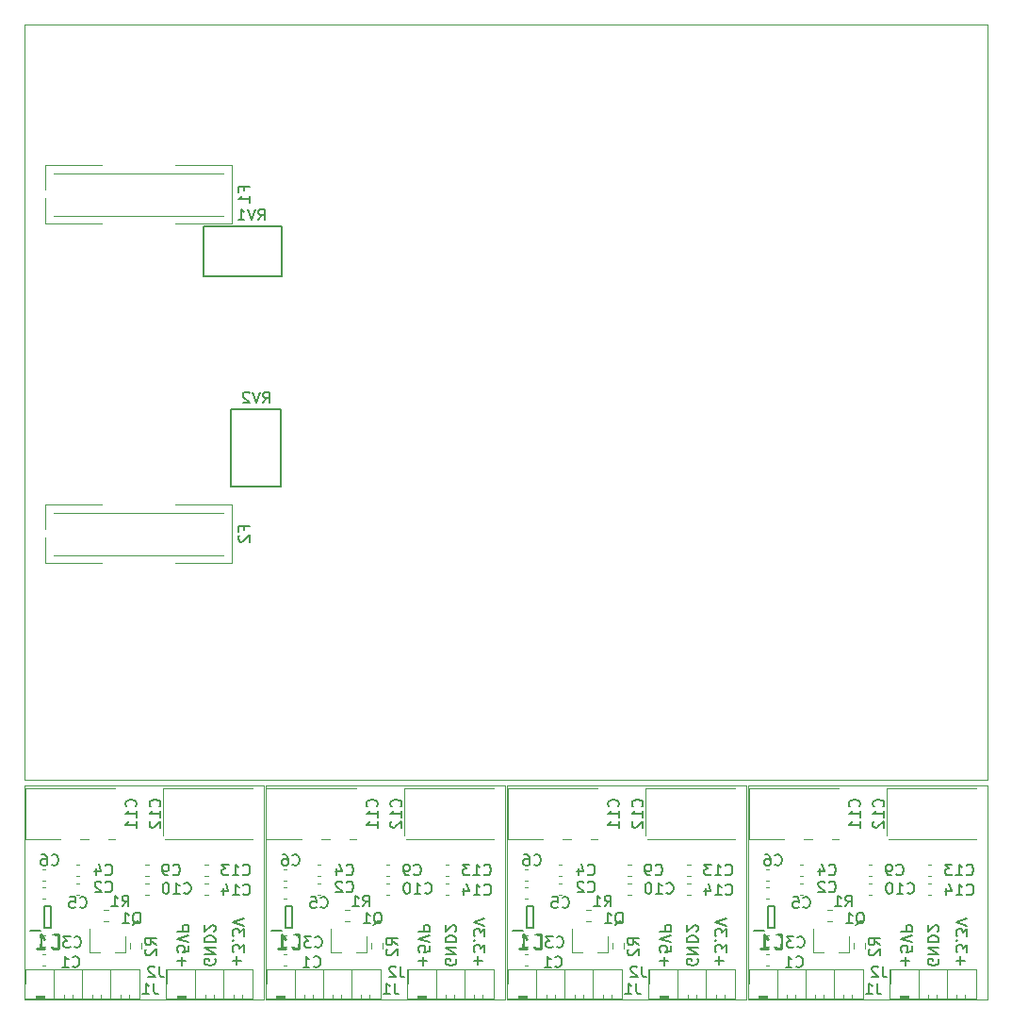
<source format=gbr>
%TF.GenerationSoftware,KiCad,Pcbnew,(5.1.10)-1*%
%TF.CreationDate,2022-01-19T08:42:29+07:00*%
%TF.ProjectId,PCB_2x_pnlz1_4,5043425f-3278-45f7-906e-6c7a315f342e,rev?*%
%TF.SameCoordinates,Original*%
%TF.FileFunction,Legend,Bot*%
%TF.FilePolarity,Positive*%
%FSLAX46Y46*%
G04 Gerber Fmt 4.6, Leading zero omitted, Abs format (unit mm)*
G04 Created by KiCad (PCBNEW (5.1.10)-1) date 2022-01-19 08:42:29*
%MOMM*%
%LPD*%
G01*
G04 APERTURE LIST*
%ADD10C,0.150000*%
%ADD11C,0.100000*%
%ADD12C,0.120000*%
%ADD13C,0.200000*%
%ADD14C,0.254000*%
%ADD15O,1.750000X2.250000*%
%ADD16R,1.750000X2.250000*%
%ADD17R,0.800000X0.900000*%
%ADD18C,1.900000*%
%ADD19R,1.900000X1.900000*%
%ADD20C,1.600000*%
%ADD21R,0.950000X0.450000*%
%ADD22O,1.700000X1.700000*%
%ADD23R,1.700000X1.700000*%
%ADD24O,1.800000X2.400000*%
%ADD25R,1.800000X2.400000*%
G04 APERTURE END LIST*
D10*
X107410571Y-129397000D02*
X107410571Y-128635095D01*
X107029619Y-129016047D02*
X107791523Y-129016047D01*
X108029619Y-128254142D02*
X108029619Y-127635095D01*
X107648666Y-127968428D01*
X107648666Y-127825571D01*
X107601047Y-127730333D01*
X107553428Y-127682714D01*
X107458190Y-127635095D01*
X107220095Y-127635095D01*
X107124857Y-127682714D01*
X107077238Y-127730333D01*
X107029619Y-127825571D01*
X107029619Y-128111285D01*
X107077238Y-128206523D01*
X107124857Y-128254142D01*
X107124857Y-127206523D02*
X107077238Y-127158904D01*
X107029619Y-127206523D01*
X107077238Y-127254142D01*
X107124857Y-127206523D01*
X107029619Y-127206523D01*
X108029619Y-126825571D02*
X108029619Y-126206523D01*
X107648666Y-126539857D01*
X107648666Y-126397000D01*
X107601047Y-126301761D01*
X107553428Y-126254142D01*
X107458190Y-126206523D01*
X107220095Y-126206523D01*
X107124857Y-126254142D01*
X107077238Y-126301761D01*
X107029619Y-126397000D01*
X107029619Y-126682714D01*
X107077238Y-126777952D01*
X107124857Y-126825571D01*
X108029619Y-125920809D02*
X107029619Y-125587476D01*
X108029619Y-125254142D01*
X105442000Y-128889095D02*
X105489619Y-128984333D01*
X105489619Y-129127190D01*
X105442000Y-129270047D01*
X105346761Y-129365285D01*
X105251523Y-129412904D01*
X105061047Y-129460523D01*
X104918190Y-129460523D01*
X104727714Y-129412904D01*
X104632476Y-129365285D01*
X104537238Y-129270047D01*
X104489619Y-129127190D01*
X104489619Y-129031952D01*
X104537238Y-128889095D01*
X104584857Y-128841476D01*
X104918190Y-128841476D01*
X104918190Y-129031952D01*
X104489619Y-128412904D02*
X105489619Y-128412904D01*
X104489619Y-127841476D01*
X105489619Y-127841476D01*
X104489619Y-127365285D02*
X105489619Y-127365285D01*
X105489619Y-127127190D01*
X105442000Y-126984333D01*
X105346761Y-126889095D01*
X105251523Y-126841476D01*
X105061047Y-126793857D01*
X104918190Y-126793857D01*
X104727714Y-126841476D01*
X104632476Y-126889095D01*
X104537238Y-126984333D01*
X104489619Y-127127190D01*
X104489619Y-127365285D01*
X105394380Y-126412904D02*
X105442000Y-126365285D01*
X105489619Y-126270047D01*
X105489619Y-126031952D01*
X105442000Y-125936714D01*
X105394380Y-125889095D01*
X105299142Y-125841476D01*
X105203904Y-125841476D01*
X105061047Y-125889095D01*
X104489619Y-126460523D01*
X104489619Y-125841476D01*
X102457571Y-129436714D02*
X102457571Y-128674809D01*
X102076619Y-129055761D02*
X102838523Y-129055761D01*
X103076619Y-127722428D02*
X103076619Y-128198619D01*
X102600428Y-128246238D01*
X102648047Y-128198619D01*
X102695666Y-128103380D01*
X102695666Y-127865285D01*
X102648047Y-127770047D01*
X102600428Y-127722428D01*
X102505190Y-127674809D01*
X102267095Y-127674809D01*
X102171857Y-127722428D01*
X102124238Y-127770047D01*
X102076619Y-127865285D01*
X102076619Y-128103380D01*
X102124238Y-128198619D01*
X102171857Y-128246238D01*
X103076619Y-127389095D02*
X102076619Y-127055761D01*
X103076619Y-126722428D01*
X102076619Y-126389095D02*
X103076619Y-126389095D01*
X103076619Y-126008142D01*
X103029000Y-125912904D01*
X102981380Y-125865285D01*
X102886142Y-125817666D01*
X102743285Y-125817666D01*
X102648047Y-125865285D01*
X102600428Y-125912904D01*
X102552809Y-126008142D01*
X102552809Y-126389095D01*
X85710571Y-129397000D02*
X85710571Y-128635095D01*
X85329619Y-129016047D02*
X86091523Y-129016047D01*
X86329619Y-128254142D02*
X86329619Y-127635095D01*
X85948666Y-127968428D01*
X85948666Y-127825571D01*
X85901047Y-127730333D01*
X85853428Y-127682714D01*
X85758190Y-127635095D01*
X85520095Y-127635095D01*
X85424857Y-127682714D01*
X85377238Y-127730333D01*
X85329619Y-127825571D01*
X85329619Y-128111285D01*
X85377238Y-128206523D01*
X85424857Y-128254142D01*
X85424857Y-127206523D02*
X85377238Y-127158904D01*
X85329619Y-127206523D01*
X85377238Y-127254142D01*
X85424857Y-127206523D01*
X85329619Y-127206523D01*
X86329619Y-126825571D02*
X86329619Y-126206523D01*
X85948666Y-126539857D01*
X85948666Y-126397000D01*
X85901047Y-126301761D01*
X85853428Y-126254142D01*
X85758190Y-126206523D01*
X85520095Y-126206523D01*
X85424857Y-126254142D01*
X85377238Y-126301761D01*
X85329619Y-126397000D01*
X85329619Y-126682714D01*
X85377238Y-126777952D01*
X85424857Y-126825571D01*
X86329619Y-125920809D02*
X85329619Y-125587476D01*
X86329619Y-125254142D01*
X83742000Y-128889095D02*
X83789619Y-128984333D01*
X83789619Y-129127190D01*
X83742000Y-129270047D01*
X83646761Y-129365285D01*
X83551523Y-129412904D01*
X83361047Y-129460523D01*
X83218190Y-129460523D01*
X83027714Y-129412904D01*
X82932476Y-129365285D01*
X82837238Y-129270047D01*
X82789619Y-129127190D01*
X82789619Y-129031952D01*
X82837238Y-128889095D01*
X82884857Y-128841476D01*
X83218190Y-128841476D01*
X83218190Y-129031952D01*
X82789619Y-128412904D02*
X83789619Y-128412904D01*
X82789619Y-127841476D01*
X83789619Y-127841476D01*
X82789619Y-127365285D02*
X83789619Y-127365285D01*
X83789619Y-127127190D01*
X83742000Y-126984333D01*
X83646761Y-126889095D01*
X83551523Y-126841476D01*
X83361047Y-126793857D01*
X83218190Y-126793857D01*
X83027714Y-126841476D01*
X82932476Y-126889095D01*
X82837238Y-126984333D01*
X82789619Y-127127190D01*
X82789619Y-127365285D01*
X83694380Y-126412904D02*
X83742000Y-126365285D01*
X83789619Y-126270047D01*
X83789619Y-126031952D01*
X83742000Y-125936714D01*
X83694380Y-125889095D01*
X83599142Y-125841476D01*
X83503904Y-125841476D01*
X83361047Y-125889095D01*
X82789619Y-126460523D01*
X82789619Y-125841476D01*
X80757571Y-129436714D02*
X80757571Y-128674809D01*
X80376619Y-129055761D02*
X81138523Y-129055761D01*
X81376619Y-127722428D02*
X81376619Y-128198619D01*
X80900428Y-128246238D01*
X80948047Y-128198619D01*
X80995666Y-128103380D01*
X80995666Y-127865285D01*
X80948047Y-127770047D01*
X80900428Y-127722428D01*
X80805190Y-127674809D01*
X80567095Y-127674809D01*
X80471857Y-127722428D01*
X80424238Y-127770047D01*
X80376619Y-127865285D01*
X80376619Y-128103380D01*
X80424238Y-128198619D01*
X80471857Y-128246238D01*
X81376619Y-127389095D02*
X80376619Y-127055761D01*
X81376619Y-126722428D01*
X80376619Y-126389095D02*
X81376619Y-126389095D01*
X81376619Y-126008142D01*
X81329000Y-125912904D01*
X81281380Y-125865285D01*
X81186142Y-125817666D01*
X81043285Y-125817666D01*
X80948047Y-125865285D01*
X80900428Y-125912904D01*
X80852809Y-126008142D01*
X80852809Y-126389095D01*
X64060571Y-129397000D02*
X64060571Y-128635095D01*
X63679619Y-129016047D02*
X64441523Y-129016047D01*
X64679619Y-128254142D02*
X64679619Y-127635095D01*
X64298666Y-127968428D01*
X64298666Y-127825571D01*
X64251047Y-127730333D01*
X64203428Y-127682714D01*
X64108190Y-127635095D01*
X63870095Y-127635095D01*
X63774857Y-127682714D01*
X63727238Y-127730333D01*
X63679619Y-127825571D01*
X63679619Y-128111285D01*
X63727238Y-128206523D01*
X63774857Y-128254142D01*
X63774857Y-127206523D02*
X63727238Y-127158904D01*
X63679619Y-127206523D01*
X63727238Y-127254142D01*
X63774857Y-127206523D01*
X63679619Y-127206523D01*
X64679619Y-126825571D02*
X64679619Y-126206523D01*
X64298666Y-126539857D01*
X64298666Y-126397000D01*
X64251047Y-126301761D01*
X64203428Y-126254142D01*
X64108190Y-126206523D01*
X63870095Y-126206523D01*
X63774857Y-126254142D01*
X63727238Y-126301761D01*
X63679619Y-126397000D01*
X63679619Y-126682714D01*
X63727238Y-126777952D01*
X63774857Y-126825571D01*
X64679619Y-125920809D02*
X63679619Y-125587476D01*
X64679619Y-125254142D01*
X62092000Y-128889095D02*
X62139619Y-128984333D01*
X62139619Y-129127190D01*
X62092000Y-129270047D01*
X61996761Y-129365285D01*
X61901523Y-129412904D01*
X61711047Y-129460523D01*
X61568190Y-129460523D01*
X61377714Y-129412904D01*
X61282476Y-129365285D01*
X61187238Y-129270047D01*
X61139619Y-129127190D01*
X61139619Y-129031952D01*
X61187238Y-128889095D01*
X61234857Y-128841476D01*
X61568190Y-128841476D01*
X61568190Y-129031952D01*
X61139619Y-128412904D02*
X62139619Y-128412904D01*
X61139619Y-127841476D01*
X62139619Y-127841476D01*
X61139619Y-127365285D02*
X62139619Y-127365285D01*
X62139619Y-127127190D01*
X62092000Y-126984333D01*
X61996761Y-126889095D01*
X61901523Y-126841476D01*
X61711047Y-126793857D01*
X61568190Y-126793857D01*
X61377714Y-126841476D01*
X61282476Y-126889095D01*
X61187238Y-126984333D01*
X61139619Y-127127190D01*
X61139619Y-127365285D01*
X62044380Y-126412904D02*
X62092000Y-126365285D01*
X62139619Y-126270047D01*
X62139619Y-126031952D01*
X62092000Y-125936714D01*
X62044380Y-125889095D01*
X61949142Y-125841476D01*
X61853904Y-125841476D01*
X61711047Y-125889095D01*
X61139619Y-126460523D01*
X61139619Y-125841476D01*
X59107571Y-129436714D02*
X59107571Y-128674809D01*
X58726619Y-129055761D02*
X59488523Y-129055761D01*
X59726619Y-127722428D02*
X59726619Y-128198619D01*
X59250428Y-128246238D01*
X59298047Y-128198619D01*
X59345666Y-128103380D01*
X59345666Y-127865285D01*
X59298047Y-127770047D01*
X59250428Y-127722428D01*
X59155190Y-127674809D01*
X58917095Y-127674809D01*
X58821857Y-127722428D01*
X58774238Y-127770047D01*
X58726619Y-127865285D01*
X58726619Y-128103380D01*
X58774238Y-128198619D01*
X58821857Y-128246238D01*
X59726619Y-127389095D02*
X58726619Y-127055761D01*
X59726619Y-126722428D01*
X58726619Y-126389095D02*
X59726619Y-126389095D01*
X59726619Y-126008142D01*
X59679000Y-125912904D01*
X59631380Y-125865285D01*
X59536142Y-125817666D01*
X59393285Y-125817666D01*
X59298047Y-125865285D01*
X59250428Y-125912904D01*
X59202809Y-126008142D01*
X59202809Y-126389095D01*
X129060571Y-129397000D02*
X129060571Y-128635095D01*
X128679619Y-129016047D02*
X129441523Y-129016047D01*
X129679619Y-128254142D02*
X129679619Y-127635095D01*
X129298666Y-127968428D01*
X129298666Y-127825571D01*
X129251047Y-127730333D01*
X129203428Y-127682714D01*
X129108190Y-127635095D01*
X128870095Y-127635095D01*
X128774857Y-127682714D01*
X128727238Y-127730333D01*
X128679619Y-127825571D01*
X128679619Y-128111285D01*
X128727238Y-128206523D01*
X128774857Y-128254142D01*
X128774857Y-127206523D02*
X128727238Y-127158904D01*
X128679619Y-127206523D01*
X128727238Y-127254142D01*
X128774857Y-127206523D01*
X128679619Y-127206523D01*
X129679619Y-126825571D02*
X129679619Y-126206523D01*
X129298666Y-126539857D01*
X129298666Y-126397000D01*
X129251047Y-126301761D01*
X129203428Y-126254142D01*
X129108190Y-126206523D01*
X128870095Y-126206523D01*
X128774857Y-126254142D01*
X128727238Y-126301761D01*
X128679619Y-126397000D01*
X128679619Y-126682714D01*
X128727238Y-126777952D01*
X128774857Y-126825571D01*
X129679619Y-125920809D02*
X128679619Y-125587476D01*
X129679619Y-125254142D01*
X127092000Y-128889095D02*
X127139619Y-128984333D01*
X127139619Y-129127190D01*
X127092000Y-129270047D01*
X126996761Y-129365285D01*
X126901523Y-129412904D01*
X126711047Y-129460523D01*
X126568190Y-129460523D01*
X126377714Y-129412904D01*
X126282476Y-129365285D01*
X126187238Y-129270047D01*
X126139619Y-129127190D01*
X126139619Y-129031952D01*
X126187238Y-128889095D01*
X126234857Y-128841476D01*
X126568190Y-128841476D01*
X126568190Y-129031952D01*
X126139619Y-128412904D02*
X127139619Y-128412904D01*
X126139619Y-127841476D01*
X127139619Y-127841476D01*
X126139619Y-127365285D02*
X127139619Y-127365285D01*
X127139619Y-127127190D01*
X127092000Y-126984333D01*
X126996761Y-126889095D01*
X126901523Y-126841476D01*
X126711047Y-126793857D01*
X126568190Y-126793857D01*
X126377714Y-126841476D01*
X126282476Y-126889095D01*
X126187238Y-126984333D01*
X126139619Y-127127190D01*
X126139619Y-127365285D01*
X127044380Y-126412904D02*
X127092000Y-126365285D01*
X127139619Y-126270047D01*
X127139619Y-126031952D01*
X127092000Y-125936714D01*
X127044380Y-125889095D01*
X126949142Y-125841476D01*
X126853904Y-125841476D01*
X126711047Y-125889095D01*
X126139619Y-126460523D01*
X126139619Y-125841476D01*
X124107571Y-129436714D02*
X124107571Y-128674809D01*
X123726619Y-129055761D02*
X124488523Y-129055761D01*
X124726619Y-127722428D02*
X124726619Y-128198619D01*
X124250428Y-128246238D01*
X124298047Y-128198619D01*
X124345666Y-128103380D01*
X124345666Y-127865285D01*
X124298047Y-127770047D01*
X124250428Y-127722428D01*
X124155190Y-127674809D01*
X123917095Y-127674809D01*
X123821857Y-127722428D01*
X123774238Y-127770047D01*
X123726619Y-127865285D01*
X123726619Y-128103380D01*
X123774238Y-128198619D01*
X123821857Y-128246238D01*
X124726619Y-127389095D02*
X123726619Y-127055761D01*
X124726619Y-126722428D01*
X123726619Y-126389095D02*
X124726619Y-126389095D01*
X124726619Y-126008142D01*
X124679000Y-125912904D01*
X124631380Y-125865285D01*
X124536142Y-125817666D01*
X124393285Y-125817666D01*
X124298047Y-125865285D01*
X124250428Y-125912904D01*
X124202809Y-126008142D01*
X124202809Y-126389095D01*
D11*
X45000360Y-45000000D02*
X45000360Y-112800000D01*
X45000360Y-112800000D02*
X131500000Y-112800000D01*
X131500000Y-112800000D02*
X131500000Y-45000000D01*
X66500000Y-132477000D02*
X45000000Y-132477000D01*
X45000000Y-113300000D02*
X45000000Y-132477000D01*
X45000000Y-113300000D02*
X66500000Y-113300000D01*
X66500000Y-113300000D02*
X66500000Y-132477000D01*
X88150000Y-132477000D02*
X66650000Y-132477000D01*
X66650000Y-113300000D02*
X66650000Y-132477000D01*
X66650000Y-113300000D02*
X88150000Y-113300000D01*
X88150000Y-113300000D02*
X88150000Y-132477000D01*
X109850000Y-132477000D02*
X88350000Y-132477000D01*
X88350000Y-113300000D02*
X88350000Y-132477000D01*
X88350000Y-113300000D02*
X109850000Y-113300000D01*
X109850000Y-113300000D02*
X109850000Y-132477000D01*
X131500000Y-132477000D02*
X110000000Y-132477000D01*
X110000000Y-113300000D02*
X110000000Y-132477000D01*
X110000000Y-113300000D02*
X131500000Y-113300000D01*
X131500000Y-113300000D02*
X131500000Y-132477000D01*
X131500000Y-45000000D02*
X45000360Y-45000000D01*
D12*
%TO.C,C3*%
X111860580Y-126760000D02*
X111579420Y-126760000D01*
X111860580Y-127780000D02*
X111579420Y-127780000D01*
%TO.C,C2*%
X114653420Y-123081000D02*
X114934580Y-123081000D01*
X114653420Y-122061000D02*
X114934580Y-122061000D01*
%TO.C,C1*%
X111860580Y-128411000D02*
X111579420Y-128411000D01*
X111860580Y-129431000D02*
X111579420Y-129431000D01*
%TO.C,C10*%
X77500420Y-122061000D02*
X77781580Y-122061000D01*
X77500420Y-123081000D02*
X77781580Y-123081000D01*
%TO.C,Q1*%
X75678000Y-128300000D02*
X75678000Y-126840000D01*
X72518000Y-128300000D02*
X72518000Y-126140000D01*
X72518000Y-128300000D02*
X73448000Y-128300000D01*
X75678000Y-128300000D02*
X74748000Y-128300000D01*
%TO.C,R1*%
X73733242Y-124461500D02*
X74207758Y-124461500D01*
X73733242Y-125506500D02*
X74207758Y-125506500D01*
%TO.C,R2*%
X76115500Y-127952258D02*
X76115500Y-127477742D01*
X77160500Y-127952258D02*
X77160500Y-127477742D01*
%TO.C,C10*%
X120850420Y-123081000D02*
X121131580Y-123081000D01*
X120850420Y-122061000D02*
X121131580Y-122061000D01*
%TO.C,C9*%
X120850420Y-121430000D02*
X121131580Y-121430000D01*
X120850420Y-120410000D02*
X121131580Y-120410000D01*
%TO.C,C6*%
X111873580Y-120791000D02*
X111592420Y-120791000D01*
X111873580Y-121811000D02*
X111592420Y-121811000D01*
%TO.C,C5*%
X111860580Y-122442000D02*
X111579420Y-122442000D01*
X111860580Y-123462000D02*
X111579420Y-123462000D01*
%TO.C,C4*%
X114653420Y-121430000D02*
X114934580Y-121430000D01*
X114653420Y-120410000D02*
X114934580Y-120410000D01*
%TO.C,C13*%
X126465580Y-120410000D02*
X126184420Y-120410000D01*
X126465580Y-121430000D02*
X126184420Y-121430000D01*
%TO.C,C14*%
X126465580Y-122061000D02*
X126184420Y-122061000D01*
X126465580Y-123081000D02*
X126184420Y-123081000D01*
%TO.C,R2*%
X120510500Y-127952258D02*
X120510500Y-127477742D01*
X119465500Y-127952258D02*
X119465500Y-127477742D01*
%TO.C,R1*%
X117083242Y-125506500D02*
X117557758Y-125506500D01*
X117083242Y-124461500D02*
X117557758Y-124461500D01*
%TO.C,Q1*%
X119028000Y-128300000D02*
X118098000Y-128300000D01*
X115868000Y-128300000D02*
X116798000Y-128300000D01*
X115868000Y-128300000D02*
X115868000Y-126140000D01*
X119028000Y-128300000D02*
X119028000Y-126840000D01*
D10*
%TO.C,RV1*%
X61088000Y-67585000D02*
X61088000Y-63085000D01*
X68088000Y-67585000D02*
X68088000Y-63085000D01*
X61088000Y-67585000D02*
X68088000Y-67585000D01*
X61088000Y-63085000D02*
X68088000Y-63085000D01*
D12*
%TO.C,F1*%
X63612000Y-57617500D02*
X63612000Y-62824500D01*
X58532000Y-57617500D02*
X63612000Y-57617500D01*
X63612000Y-62824500D02*
X58532000Y-62824500D01*
X46848000Y-57617500D02*
X46848000Y-62824500D01*
X47610000Y-58316000D02*
X62850000Y-58316000D01*
X62850000Y-62126000D02*
X47610000Y-62126000D01*
X46848000Y-57617500D02*
X51928000Y-57617500D01*
X51928000Y-62824500D02*
X46848000Y-62824500D01*
D13*
%TO.C,D1*%
X111796000Y-126111000D02*
X112346000Y-126111000D01*
X112346000Y-126111000D02*
X112346000Y-124111000D01*
X112346000Y-124111000D02*
X111796000Y-124111000D01*
X111796000Y-124111000D02*
X111796000Y-126111000D01*
X110496000Y-126336000D02*
X111446000Y-126336000D01*
D12*
%TO.C,J1*%
X110971000Y-132350000D02*
X111731000Y-132350000D01*
X110971000Y-132286500D02*
X111731000Y-132286500D01*
X110972000Y-132190000D02*
X111732000Y-132190000D01*
X110022000Y-129780000D02*
X120302000Y-129780000D01*
X120302000Y-129780000D02*
X120302000Y-132440000D01*
X120302000Y-132440000D02*
X110022000Y-132440000D01*
X110022000Y-132440000D02*
X110022000Y-129780000D01*
X110971000Y-132413500D02*
X111731000Y-132413500D01*
X110972000Y-132190000D02*
X110972000Y-132440000D01*
X111732000Y-132190000D02*
X111732000Y-132440000D01*
X112622000Y-129780000D02*
X112622000Y-132440000D01*
X113512000Y-132440000D02*
X114272000Y-132440000D01*
X113512000Y-132122929D02*
X113512000Y-132440000D01*
X114272000Y-132122929D02*
X114272000Y-132440000D01*
X115162000Y-129780000D02*
X115162000Y-132440000D01*
X116052000Y-132440000D02*
X116812000Y-132440000D01*
X116052000Y-132122929D02*
X116052000Y-132440000D01*
X116812000Y-132122929D02*
X116812000Y-132440000D01*
X117702000Y-129780000D02*
X117702000Y-132440000D01*
X118592000Y-132440000D02*
X119352000Y-132440000D01*
X118592000Y-132122929D02*
X118592000Y-132440000D01*
X119352000Y-132122929D02*
X119352000Y-132440000D01*
X111352000Y-129810000D02*
X110082000Y-129810000D01*
X110082000Y-129810000D02*
X110082000Y-131080000D01*
%TO.C,J2*%
X123671000Y-132350000D02*
X124431000Y-132350000D01*
X123671000Y-132286500D02*
X124431000Y-132286500D01*
X126213000Y-132440000D02*
X126973000Y-132440000D01*
X122782000Y-129810000D02*
X122782000Y-131080000D01*
X124052000Y-129810000D02*
X122782000Y-129810000D01*
X129512000Y-132122929D02*
X129512000Y-132440000D01*
X128752000Y-132122929D02*
X128752000Y-132440000D01*
X128752000Y-132440000D02*
X129512000Y-132440000D01*
X127862000Y-129780000D02*
X127862000Y-132440000D01*
X126972000Y-132122929D02*
X126973000Y-132440000D01*
X126212000Y-132122929D02*
X126213000Y-132440000D01*
X125322000Y-129780000D02*
X125322000Y-132440000D01*
X124432000Y-132190000D02*
X124433000Y-132440000D01*
X123672000Y-132190000D02*
X123673000Y-132440000D01*
X123672000Y-132190000D02*
X124432000Y-132190000D01*
X122722000Y-132440000D02*
X122722000Y-129780000D01*
X130462000Y-132440000D02*
X122722000Y-132440000D01*
X130462000Y-129780000D02*
X130462000Y-132440000D01*
X122722000Y-129780000D02*
X130462000Y-129780000D01*
%TO.C,C12*%
X130496000Y-118100000D02*
X122436000Y-118100000D01*
X122436000Y-118100000D02*
X122436000Y-113580000D01*
X122436000Y-113580000D02*
X130496000Y-113580000D01*
%TO.C,C11*%
X118112500Y-118100000D02*
X110052500Y-118100000D01*
X110052500Y-118100000D02*
X110052500Y-113580000D01*
X110052500Y-113580000D02*
X118112500Y-113580000D01*
%TO.C,C1*%
X68510580Y-129431000D02*
X68229420Y-129431000D01*
X68510580Y-128411000D02*
X68229420Y-128411000D01*
%TO.C,C2*%
X71303420Y-122061000D02*
X71584580Y-122061000D01*
X71303420Y-123081000D02*
X71584580Y-123081000D01*
%TO.C,C3*%
X68510580Y-127780000D02*
X68229420Y-127780000D01*
X68510580Y-126760000D02*
X68229420Y-126760000D01*
%TO.C,C4*%
X71303420Y-120410000D02*
X71584580Y-120410000D01*
X71303420Y-121430000D02*
X71584580Y-121430000D01*
%TO.C,C5*%
X68510580Y-123462000D02*
X68229420Y-123462000D01*
X68510580Y-122442000D02*
X68229420Y-122442000D01*
%TO.C,C6*%
X68523580Y-121811000D02*
X68242420Y-121811000D01*
X68523580Y-120791000D02*
X68242420Y-120791000D01*
%TO.C,C9*%
X77500420Y-120410000D02*
X77781580Y-120410000D01*
X77500420Y-121430000D02*
X77781580Y-121430000D01*
%TO.C,C14*%
X104815580Y-123081000D02*
X104534420Y-123081000D01*
X104815580Y-122061000D02*
X104534420Y-122061000D01*
%TO.C,C13*%
X104815580Y-121430000D02*
X104534420Y-121430000D01*
X104815580Y-120410000D02*
X104534420Y-120410000D01*
D13*
%TO.C,D1*%
X88846000Y-126336000D02*
X89796000Y-126336000D01*
X90146000Y-124111000D02*
X90146000Y-126111000D01*
X90696000Y-124111000D02*
X90146000Y-124111000D01*
X90696000Y-126111000D02*
X90696000Y-124111000D01*
X90146000Y-126111000D02*
X90696000Y-126111000D01*
D12*
%TO.C,J1*%
X88432000Y-129810000D02*
X88432000Y-131080000D01*
X89702000Y-129810000D02*
X88432000Y-129810000D01*
X97702000Y-132122929D02*
X97702000Y-132440000D01*
X96942000Y-132122929D02*
X96942000Y-132440000D01*
X96942000Y-132440000D02*
X97702000Y-132440000D01*
X96052000Y-129780000D02*
X96052000Y-132440000D01*
X95162000Y-132122929D02*
X95162000Y-132440000D01*
X94402000Y-132122929D02*
X94402000Y-132440000D01*
X94402000Y-132440000D02*
X95162000Y-132440000D01*
X93512000Y-129780000D02*
X93512000Y-132440000D01*
X92622000Y-132122929D02*
X92622000Y-132440000D01*
X91862000Y-132122929D02*
X91862000Y-132440000D01*
X91862000Y-132440000D02*
X92622000Y-132440000D01*
X90972000Y-129780000D02*
X90972000Y-132440000D01*
X90082000Y-132190000D02*
X90082000Y-132440000D01*
X89322000Y-132190000D02*
X89322000Y-132440000D01*
X89321000Y-132413500D02*
X90081000Y-132413500D01*
X88372000Y-132440000D02*
X88372000Y-129780000D01*
X98652000Y-132440000D02*
X88372000Y-132440000D01*
X98652000Y-129780000D02*
X98652000Y-132440000D01*
X88372000Y-129780000D02*
X98652000Y-129780000D01*
X89322000Y-132190000D02*
X90082000Y-132190000D01*
X89321000Y-132286500D02*
X90081000Y-132286500D01*
X89321000Y-132350000D02*
X90081000Y-132350000D01*
%TO.C,J2*%
X101072000Y-129780000D02*
X108812000Y-129780000D01*
X108812000Y-129780000D02*
X108812000Y-132440000D01*
X108812000Y-132440000D02*
X101072000Y-132440000D01*
X101072000Y-132440000D02*
X101072000Y-129780000D01*
X102022000Y-132190000D02*
X102782000Y-132190000D01*
X102022000Y-132190000D02*
X102023000Y-132440000D01*
X102782000Y-132190000D02*
X102783000Y-132440000D01*
X103672000Y-129780000D02*
X103672000Y-132440000D01*
X104562000Y-132122929D02*
X104563000Y-132440000D01*
X105322000Y-132122929D02*
X105323000Y-132440000D01*
X106212000Y-129780000D02*
X106212000Y-132440000D01*
X107102000Y-132440000D02*
X107862000Y-132440000D01*
X107102000Y-132122929D02*
X107102000Y-132440000D01*
X107862000Y-132122929D02*
X107862000Y-132440000D01*
X102402000Y-129810000D02*
X101132000Y-129810000D01*
X101132000Y-129810000D02*
X101132000Y-131080000D01*
X104563000Y-132440000D02*
X105323000Y-132440000D01*
X102021000Y-132286500D02*
X102781000Y-132286500D01*
X102021000Y-132350000D02*
X102781000Y-132350000D01*
%TO.C,C12*%
X100786000Y-113580000D02*
X108846000Y-113580000D01*
X100786000Y-118100000D02*
X100786000Y-113580000D01*
X108846000Y-118100000D02*
X100786000Y-118100000D01*
%TO.C,C11*%
X88402500Y-113580000D02*
X96462500Y-113580000D01*
X88402500Y-118100000D02*
X88402500Y-113580000D01*
X96462500Y-118100000D02*
X88402500Y-118100000D01*
D10*
%TO.C,RV2*%
X63487000Y-86494000D02*
X63487000Y-79494000D01*
X67987000Y-86494000D02*
X67987000Y-79494000D01*
X67987000Y-79494000D02*
X63487000Y-79494000D01*
X67987000Y-86494000D02*
X63487000Y-86494000D01*
D12*
%TO.C,F2*%
X51928000Y-93304500D02*
X46848000Y-93304500D01*
X46848000Y-88097500D02*
X51928000Y-88097500D01*
X62850000Y-92606000D02*
X47610000Y-92606000D01*
X47610000Y-88796000D02*
X62850000Y-88796000D01*
X46848000Y-88097500D02*
X46848000Y-93304500D01*
X63612000Y-93304500D02*
X58532000Y-93304500D01*
X58532000Y-88097500D02*
X63612000Y-88097500D01*
X63612000Y-88097500D02*
X63612000Y-93304500D01*
%TO.C,C14*%
X61465580Y-123081000D02*
X61184420Y-123081000D01*
X61465580Y-122061000D02*
X61184420Y-122061000D01*
%TO.C,C13*%
X61465580Y-121430000D02*
X61184420Y-121430000D01*
X61465580Y-120410000D02*
X61184420Y-120410000D01*
D13*
%TO.C,D1*%
X45496000Y-126336000D02*
X46446000Y-126336000D01*
X46796000Y-124111000D02*
X46796000Y-126111000D01*
X47346000Y-124111000D02*
X46796000Y-124111000D01*
X47346000Y-126111000D02*
X47346000Y-124111000D01*
X46796000Y-126111000D02*
X47346000Y-126111000D01*
D12*
%TO.C,J1*%
X45082000Y-129810000D02*
X45082000Y-131080000D01*
X46352000Y-129810000D02*
X45082000Y-129810000D01*
X54352000Y-132122929D02*
X54352000Y-132440000D01*
X53592000Y-132122929D02*
X53592000Y-132440000D01*
X53592000Y-132440000D02*
X54352000Y-132440000D01*
X52702000Y-129780000D02*
X52702000Y-132440000D01*
X51812000Y-132122929D02*
X51812000Y-132440000D01*
X51052000Y-132122929D02*
X51052000Y-132440000D01*
X51052000Y-132440000D02*
X51812000Y-132440000D01*
X50162000Y-129780000D02*
X50162000Y-132440000D01*
X49272000Y-132122929D02*
X49272000Y-132440000D01*
X48512000Y-132122929D02*
X48512000Y-132440000D01*
X48512000Y-132440000D02*
X49272000Y-132440000D01*
X47622000Y-129780000D02*
X47622000Y-132440000D01*
X46732000Y-132190000D02*
X46732000Y-132440000D01*
X45972000Y-132190000D02*
X45972000Y-132440000D01*
X45971000Y-132413500D02*
X46731000Y-132413500D01*
X45022000Y-132440000D02*
X45022000Y-129780000D01*
X55302000Y-132440000D02*
X45022000Y-132440000D01*
X55302000Y-129780000D02*
X55302000Y-132440000D01*
X45022000Y-129780000D02*
X55302000Y-129780000D01*
X45972000Y-132190000D02*
X46732000Y-132190000D01*
X45971000Y-132286500D02*
X46731000Y-132286500D01*
X45971000Y-132350000D02*
X46731000Y-132350000D01*
%TO.C,J2*%
X57722000Y-129780000D02*
X65462000Y-129780000D01*
X65462000Y-129780000D02*
X65462000Y-132440000D01*
X65462000Y-132440000D02*
X57722000Y-132440000D01*
X57722000Y-132440000D02*
X57722000Y-129780000D01*
X58672000Y-132190000D02*
X59432000Y-132190000D01*
X58672000Y-132190000D02*
X58673000Y-132440000D01*
X59432000Y-132190000D02*
X59433000Y-132440000D01*
X60322000Y-129780000D02*
X60322000Y-132440000D01*
X61212000Y-132122929D02*
X61213000Y-132440000D01*
X61972000Y-132122929D02*
X61973000Y-132440000D01*
X62862000Y-129780000D02*
X62862000Y-132440000D01*
X63752000Y-132440000D02*
X64512000Y-132440000D01*
X63752000Y-132122929D02*
X63752000Y-132440000D01*
X64512000Y-132122929D02*
X64512000Y-132440000D01*
X59052000Y-129810000D02*
X57782000Y-129810000D01*
X57782000Y-129810000D02*
X57782000Y-131080000D01*
X61213000Y-132440000D02*
X61973000Y-132440000D01*
X58671000Y-132286500D02*
X59431000Y-132286500D01*
X58671000Y-132350000D02*
X59431000Y-132350000D01*
%TO.C,C12*%
X57436000Y-113580000D02*
X65496000Y-113580000D01*
X57436000Y-118100000D02*
X57436000Y-113580000D01*
X65496000Y-118100000D02*
X57436000Y-118100000D01*
%TO.C,C11*%
X45052500Y-113580000D02*
X53112500Y-113580000D01*
X45052500Y-118100000D02*
X45052500Y-113580000D01*
X53112500Y-118100000D02*
X45052500Y-118100000D01*
%TO.C,C10*%
X55850420Y-122061000D02*
X56131580Y-122061000D01*
X55850420Y-123081000D02*
X56131580Y-123081000D01*
%TO.C,Q1*%
X54028000Y-128300000D02*
X54028000Y-126840000D01*
X50868000Y-128300000D02*
X50868000Y-126140000D01*
X50868000Y-128300000D02*
X51798000Y-128300000D01*
X54028000Y-128300000D02*
X53098000Y-128300000D01*
%TO.C,R1*%
X52083242Y-124461500D02*
X52557758Y-124461500D01*
X52083242Y-125506500D02*
X52557758Y-125506500D01*
%TO.C,R2*%
X54465500Y-127952258D02*
X54465500Y-127477742D01*
X55510500Y-127952258D02*
X55510500Y-127477742D01*
%TO.C,C14*%
X83115580Y-123081000D02*
X82834420Y-123081000D01*
X83115580Y-122061000D02*
X82834420Y-122061000D01*
%TO.C,C13*%
X83115580Y-121430000D02*
X82834420Y-121430000D01*
X83115580Y-120410000D02*
X82834420Y-120410000D01*
D13*
%TO.C,D1*%
X67146000Y-126336000D02*
X68096000Y-126336000D01*
X68446000Y-124111000D02*
X68446000Y-126111000D01*
X68996000Y-124111000D02*
X68446000Y-124111000D01*
X68996000Y-126111000D02*
X68996000Y-124111000D01*
X68446000Y-126111000D02*
X68996000Y-126111000D01*
D12*
%TO.C,J1*%
X66732000Y-129810000D02*
X66732000Y-131080000D01*
X68002000Y-129810000D02*
X66732000Y-129810000D01*
X76002000Y-132122929D02*
X76002000Y-132440000D01*
X75242000Y-132122929D02*
X75242000Y-132440000D01*
X75242000Y-132440000D02*
X76002000Y-132440000D01*
X74352000Y-129780000D02*
X74352000Y-132440000D01*
X73462000Y-132122929D02*
X73462000Y-132440000D01*
X72702000Y-132122929D02*
X72702000Y-132440000D01*
X72702000Y-132440000D02*
X73462000Y-132440000D01*
X71812000Y-129780000D02*
X71812000Y-132440000D01*
X70922000Y-132122929D02*
X70922000Y-132440000D01*
X70162000Y-132122929D02*
X70162000Y-132440000D01*
X70162000Y-132440000D02*
X70922000Y-132440000D01*
X69272000Y-129780000D02*
X69272000Y-132440000D01*
X68382000Y-132190000D02*
X68382000Y-132440000D01*
X67622000Y-132190000D02*
X67622000Y-132440000D01*
X67621000Y-132413500D02*
X68381000Y-132413500D01*
X66672000Y-132440000D02*
X66672000Y-129780000D01*
X76952000Y-132440000D02*
X66672000Y-132440000D01*
X76952000Y-129780000D02*
X76952000Y-132440000D01*
X66672000Y-129780000D02*
X76952000Y-129780000D01*
X67622000Y-132190000D02*
X68382000Y-132190000D01*
X67621000Y-132286500D02*
X68381000Y-132286500D01*
X67621000Y-132350000D02*
X68381000Y-132350000D01*
%TO.C,J2*%
X79372000Y-129780000D02*
X87112000Y-129780000D01*
X87112000Y-129780000D02*
X87112000Y-132440000D01*
X87112000Y-132440000D02*
X79372000Y-132440000D01*
X79372000Y-132440000D02*
X79372000Y-129780000D01*
X80322000Y-132190000D02*
X81082000Y-132190000D01*
X80322000Y-132190000D02*
X80323000Y-132440000D01*
X81082000Y-132190000D02*
X81083000Y-132440000D01*
X81972000Y-129780000D02*
X81972000Y-132440000D01*
X82862000Y-132122929D02*
X82863000Y-132440000D01*
X83622000Y-132122929D02*
X83623000Y-132440000D01*
X84512000Y-129780000D02*
X84512000Y-132440000D01*
X85402000Y-132440000D02*
X86162000Y-132440000D01*
X85402000Y-132122929D02*
X85402000Y-132440000D01*
X86162000Y-132122929D02*
X86162000Y-132440000D01*
X80702000Y-129810000D02*
X79432000Y-129810000D01*
X79432000Y-129810000D02*
X79432000Y-131080000D01*
X82863000Y-132440000D02*
X83623000Y-132440000D01*
X80321000Y-132286500D02*
X81081000Y-132286500D01*
X80321000Y-132350000D02*
X81081000Y-132350000D01*
%TO.C,C12*%
X79086000Y-113580000D02*
X87146000Y-113580000D01*
X79086000Y-118100000D02*
X79086000Y-113580000D01*
X87146000Y-118100000D02*
X79086000Y-118100000D01*
%TO.C,C11*%
X66702500Y-113580000D02*
X74762500Y-113580000D01*
X66702500Y-118100000D02*
X66702500Y-113580000D01*
X74762500Y-118100000D02*
X66702500Y-118100000D01*
%TO.C,R2*%
X97815500Y-127952258D02*
X97815500Y-127477742D01*
X98860500Y-127952258D02*
X98860500Y-127477742D01*
%TO.C,R1*%
X95433242Y-124461500D02*
X95907758Y-124461500D01*
X95433242Y-125506500D02*
X95907758Y-125506500D01*
%TO.C,Q1*%
X97378000Y-128300000D02*
X97378000Y-126840000D01*
X94218000Y-128300000D02*
X94218000Y-126140000D01*
X94218000Y-128300000D02*
X95148000Y-128300000D01*
X97378000Y-128300000D02*
X96448000Y-128300000D01*
%TO.C,C10*%
X99200420Y-122061000D02*
X99481580Y-122061000D01*
X99200420Y-123081000D02*
X99481580Y-123081000D01*
%TO.C,C9*%
X99200420Y-120410000D02*
X99481580Y-120410000D01*
X99200420Y-121430000D02*
X99481580Y-121430000D01*
%TO.C,C6*%
X90223580Y-121811000D02*
X89942420Y-121811000D01*
X90223580Y-120791000D02*
X89942420Y-120791000D01*
%TO.C,C5*%
X90210580Y-123462000D02*
X89929420Y-123462000D01*
X90210580Y-122442000D02*
X89929420Y-122442000D01*
%TO.C,C4*%
X93003420Y-120410000D02*
X93284580Y-120410000D01*
X93003420Y-121430000D02*
X93284580Y-121430000D01*
%TO.C,C3*%
X90210580Y-127780000D02*
X89929420Y-127780000D01*
X90210580Y-126760000D02*
X89929420Y-126760000D01*
%TO.C,C2*%
X93003420Y-122061000D02*
X93284580Y-122061000D01*
X93003420Y-123081000D02*
X93284580Y-123081000D01*
%TO.C,C1*%
X90210580Y-129431000D02*
X89929420Y-129431000D01*
X90210580Y-128411000D02*
X89929420Y-128411000D01*
X46860580Y-129431000D02*
X46579420Y-129431000D01*
X46860580Y-128411000D02*
X46579420Y-128411000D01*
%TO.C,C2*%
X49653420Y-122061000D02*
X49934580Y-122061000D01*
X49653420Y-123081000D02*
X49934580Y-123081000D01*
%TO.C,C3*%
X46860580Y-127780000D02*
X46579420Y-127780000D01*
X46860580Y-126760000D02*
X46579420Y-126760000D01*
%TO.C,C4*%
X49653420Y-120410000D02*
X49934580Y-120410000D01*
X49653420Y-121430000D02*
X49934580Y-121430000D01*
%TO.C,C5*%
X46860580Y-123462000D02*
X46579420Y-123462000D01*
X46860580Y-122442000D02*
X46579420Y-122442000D01*
%TO.C,C6*%
X46873580Y-121811000D02*
X46592420Y-121811000D01*
X46873580Y-120791000D02*
X46592420Y-120791000D01*
%TO.C,C9*%
X55850420Y-120410000D02*
X56131580Y-120410000D01*
X55850420Y-121430000D02*
X56131580Y-121430000D01*
%TO.C,C3*%
D10*
X114439666Y-127754142D02*
X114487285Y-127801761D01*
X114630142Y-127849380D01*
X114725380Y-127849380D01*
X114868238Y-127801761D01*
X114963476Y-127706523D01*
X115011095Y-127611285D01*
X115058714Y-127420809D01*
X115058714Y-127277952D01*
X115011095Y-127087476D01*
X114963476Y-126992238D01*
X114868238Y-126897000D01*
X114725380Y-126849380D01*
X114630142Y-126849380D01*
X114487285Y-126897000D01*
X114439666Y-126944619D01*
X114106333Y-126849380D02*
X113487285Y-126849380D01*
X113820619Y-127230333D01*
X113677761Y-127230333D01*
X113582523Y-127277952D01*
X113534904Y-127325571D01*
X113487285Y-127420809D01*
X113487285Y-127658904D01*
X113534904Y-127754142D01*
X113582523Y-127801761D01*
X113677761Y-127849380D01*
X113963476Y-127849380D01*
X114058714Y-127801761D01*
X114106333Y-127754142D01*
%TO.C,C2*%
X117259666Y-122801142D02*
X117307285Y-122848761D01*
X117450142Y-122896380D01*
X117545380Y-122896380D01*
X117688238Y-122848761D01*
X117783476Y-122753523D01*
X117831095Y-122658285D01*
X117878714Y-122467809D01*
X117878714Y-122324952D01*
X117831095Y-122134476D01*
X117783476Y-122039238D01*
X117688238Y-121944000D01*
X117545380Y-121896380D01*
X117450142Y-121896380D01*
X117307285Y-121944000D01*
X117259666Y-121991619D01*
X116878714Y-121991619D02*
X116831095Y-121944000D01*
X116735857Y-121896380D01*
X116497761Y-121896380D01*
X116402523Y-121944000D01*
X116354904Y-121991619D01*
X116307285Y-122086857D01*
X116307285Y-122182095D01*
X116354904Y-122324952D01*
X116926333Y-122896380D01*
X116307285Y-122896380D01*
%TO.C,C1*%
X114312666Y-129532142D02*
X114360285Y-129579761D01*
X114503142Y-129627380D01*
X114598380Y-129627380D01*
X114741238Y-129579761D01*
X114836476Y-129484523D01*
X114884095Y-129389285D01*
X114931714Y-129198809D01*
X114931714Y-129055952D01*
X114884095Y-128865476D01*
X114836476Y-128770238D01*
X114741238Y-128675000D01*
X114598380Y-128627380D01*
X114503142Y-128627380D01*
X114360285Y-128675000D01*
X114312666Y-128722619D01*
X113360285Y-129627380D02*
X113931714Y-129627380D01*
X113646000Y-129627380D02*
X113646000Y-128627380D01*
X113741238Y-128770238D01*
X113836476Y-128865476D01*
X113931714Y-128913095D01*
%TO.C,C10*%
X80963857Y-122928142D02*
X81011476Y-122975761D01*
X81154333Y-123023380D01*
X81249571Y-123023380D01*
X81392428Y-122975761D01*
X81487666Y-122880523D01*
X81535285Y-122785285D01*
X81582904Y-122594809D01*
X81582904Y-122451952D01*
X81535285Y-122261476D01*
X81487666Y-122166238D01*
X81392428Y-122071000D01*
X81249571Y-122023380D01*
X81154333Y-122023380D01*
X81011476Y-122071000D01*
X80963857Y-122118619D01*
X80011476Y-123023380D02*
X80582904Y-123023380D01*
X80297190Y-123023380D02*
X80297190Y-122023380D01*
X80392428Y-122166238D01*
X80487666Y-122261476D01*
X80582904Y-122309095D01*
X79392428Y-122023380D02*
X79297190Y-122023380D01*
X79201952Y-122071000D01*
X79154333Y-122118619D01*
X79106714Y-122213857D01*
X79059095Y-122404333D01*
X79059095Y-122642428D01*
X79106714Y-122832904D01*
X79154333Y-122928142D01*
X79201952Y-122975761D01*
X79297190Y-123023380D01*
X79392428Y-123023380D01*
X79487666Y-122975761D01*
X79535285Y-122928142D01*
X79582904Y-122832904D01*
X79630523Y-122642428D01*
X79630523Y-122404333D01*
X79582904Y-122213857D01*
X79535285Y-122118619D01*
X79487666Y-122071000D01*
X79392428Y-122023380D01*
%TO.C,Q1*%
X76352238Y-125785619D02*
X76447476Y-125738000D01*
X76542714Y-125642761D01*
X76685571Y-125499904D01*
X76780809Y-125452285D01*
X76876047Y-125452285D01*
X76828428Y-125690380D02*
X76923666Y-125642761D01*
X77018904Y-125547523D01*
X77066523Y-125357047D01*
X77066523Y-125023714D01*
X77018904Y-124833238D01*
X76923666Y-124738000D01*
X76828428Y-124690380D01*
X76637952Y-124690380D01*
X76542714Y-124738000D01*
X76447476Y-124833238D01*
X76399857Y-125023714D01*
X76399857Y-125357047D01*
X76447476Y-125547523D01*
X76542714Y-125642761D01*
X76637952Y-125690380D01*
X76828428Y-125690380D01*
X75447476Y-125690380D02*
X76018904Y-125690380D01*
X75733190Y-125690380D02*
X75733190Y-124690380D01*
X75828428Y-124833238D01*
X75923666Y-124928476D01*
X76018904Y-124976095D01*
%TO.C,R1*%
X75407666Y-124166380D02*
X75741000Y-123690190D01*
X75979095Y-124166380D02*
X75979095Y-123166380D01*
X75598142Y-123166380D01*
X75502904Y-123214000D01*
X75455285Y-123261619D01*
X75407666Y-123356857D01*
X75407666Y-123499714D01*
X75455285Y-123594952D01*
X75502904Y-123642571D01*
X75598142Y-123690190D01*
X75979095Y-123690190D01*
X74455285Y-124166380D02*
X75026714Y-124166380D01*
X74741000Y-124166380D02*
X74741000Y-123166380D01*
X74836238Y-123309238D01*
X74931476Y-123404476D01*
X75026714Y-123452095D01*
%TO.C,R2*%
X78487380Y-127611333D02*
X78011190Y-127278000D01*
X78487380Y-127039904D02*
X77487380Y-127039904D01*
X77487380Y-127420857D01*
X77535000Y-127516095D01*
X77582619Y-127563714D01*
X77677857Y-127611333D01*
X77820714Y-127611333D01*
X77915952Y-127563714D01*
X77963571Y-127516095D01*
X78011190Y-127420857D01*
X78011190Y-127039904D01*
X77582619Y-127992285D02*
X77535000Y-128039904D01*
X77487380Y-128135142D01*
X77487380Y-128373238D01*
X77535000Y-128468476D01*
X77582619Y-128516095D01*
X77677857Y-128563714D01*
X77773095Y-128563714D01*
X77915952Y-128516095D01*
X78487380Y-127944666D01*
X78487380Y-128563714D01*
%TO.C,C10*%
X124313857Y-122928142D02*
X124361476Y-122975761D01*
X124504333Y-123023380D01*
X124599571Y-123023380D01*
X124742428Y-122975761D01*
X124837666Y-122880523D01*
X124885285Y-122785285D01*
X124932904Y-122594809D01*
X124932904Y-122451952D01*
X124885285Y-122261476D01*
X124837666Y-122166238D01*
X124742428Y-122071000D01*
X124599571Y-122023380D01*
X124504333Y-122023380D01*
X124361476Y-122071000D01*
X124313857Y-122118619D01*
X123361476Y-123023380D02*
X123932904Y-123023380D01*
X123647190Y-123023380D02*
X123647190Y-122023380D01*
X123742428Y-122166238D01*
X123837666Y-122261476D01*
X123932904Y-122309095D01*
X122742428Y-122023380D02*
X122647190Y-122023380D01*
X122551952Y-122071000D01*
X122504333Y-122118619D01*
X122456714Y-122213857D01*
X122409095Y-122404333D01*
X122409095Y-122642428D01*
X122456714Y-122832904D01*
X122504333Y-122928142D01*
X122551952Y-122975761D01*
X122647190Y-123023380D01*
X122742428Y-123023380D01*
X122837666Y-122975761D01*
X122885285Y-122928142D01*
X122932904Y-122832904D01*
X122980523Y-122642428D01*
X122980523Y-122404333D01*
X122932904Y-122213857D01*
X122885285Y-122118619D01*
X122837666Y-122071000D01*
X122742428Y-122023380D01*
%TO.C,C9*%
X123329666Y-121277142D02*
X123377285Y-121324761D01*
X123520142Y-121372380D01*
X123615380Y-121372380D01*
X123758238Y-121324761D01*
X123853476Y-121229523D01*
X123901095Y-121134285D01*
X123948714Y-120943809D01*
X123948714Y-120800952D01*
X123901095Y-120610476D01*
X123853476Y-120515238D01*
X123758238Y-120420000D01*
X123615380Y-120372380D01*
X123520142Y-120372380D01*
X123377285Y-120420000D01*
X123329666Y-120467619D01*
X122853476Y-121372380D02*
X122663000Y-121372380D01*
X122567761Y-121324761D01*
X122520142Y-121277142D01*
X122424904Y-121134285D01*
X122377285Y-120943809D01*
X122377285Y-120562857D01*
X122424904Y-120467619D01*
X122472523Y-120420000D01*
X122567761Y-120372380D01*
X122758238Y-120372380D01*
X122853476Y-120420000D01*
X122901095Y-120467619D01*
X122948714Y-120562857D01*
X122948714Y-120800952D01*
X122901095Y-120896190D01*
X122853476Y-120943809D01*
X122758238Y-120991428D01*
X122567761Y-120991428D01*
X122472523Y-120943809D01*
X122424904Y-120896190D01*
X122377285Y-120800952D01*
%TO.C,C6*%
X112407666Y-120388142D02*
X112455285Y-120435761D01*
X112598142Y-120483380D01*
X112693380Y-120483380D01*
X112836238Y-120435761D01*
X112931476Y-120340523D01*
X112979095Y-120245285D01*
X113026714Y-120054809D01*
X113026714Y-119911952D01*
X112979095Y-119721476D01*
X112931476Y-119626238D01*
X112836238Y-119531000D01*
X112693380Y-119483380D01*
X112598142Y-119483380D01*
X112455285Y-119531000D01*
X112407666Y-119578619D01*
X111550523Y-119483380D02*
X111741000Y-119483380D01*
X111836238Y-119531000D01*
X111883857Y-119578619D01*
X111979095Y-119721476D01*
X112026714Y-119911952D01*
X112026714Y-120292904D01*
X111979095Y-120388142D01*
X111931476Y-120435761D01*
X111836238Y-120483380D01*
X111645761Y-120483380D01*
X111550523Y-120435761D01*
X111502904Y-120388142D01*
X111455285Y-120292904D01*
X111455285Y-120054809D01*
X111502904Y-119959571D01*
X111550523Y-119911952D01*
X111645761Y-119864333D01*
X111836238Y-119864333D01*
X111931476Y-119911952D01*
X111979095Y-119959571D01*
X112026714Y-120054809D01*
%TO.C,C5*%
X114947666Y-124198142D02*
X114995285Y-124245761D01*
X115138142Y-124293380D01*
X115233380Y-124293380D01*
X115376238Y-124245761D01*
X115471476Y-124150523D01*
X115519095Y-124055285D01*
X115566714Y-123864809D01*
X115566714Y-123721952D01*
X115519095Y-123531476D01*
X115471476Y-123436238D01*
X115376238Y-123341000D01*
X115233380Y-123293380D01*
X115138142Y-123293380D01*
X114995285Y-123341000D01*
X114947666Y-123388619D01*
X114042904Y-123293380D02*
X114519095Y-123293380D01*
X114566714Y-123769571D01*
X114519095Y-123721952D01*
X114423857Y-123674333D01*
X114185761Y-123674333D01*
X114090523Y-123721952D01*
X114042904Y-123769571D01*
X113995285Y-123864809D01*
X113995285Y-124102904D01*
X114042904Y-124198142D01*
X114090523Y-124245761D01*
X114185761Y-124293380D01*
X114423857Y-124293380D01*
X114519095Y-124245761D01*
X114566714Y-124198142D01*
%TO.C,C4*%
X117259666Y-121277142D02*
X117307285Y-121324761D01*
X117450142Y-121372380D01*
X117545380Y-121372380D01*
X117688238Y-121324761D01*
X117783476Y-121229523D01*
X117831095Y-121134285D01*
X117878714Y-120943809D01*
X117878714Y-120800952D01*
X117831095Y-120610476D01*
X117783476Y-120515238D01*
X117688238Y-120420000D01*
X117545380Y-120372380D01*
X117450142Y-120372380D01*
X117307285Y-120420000D01*
X117259666Y-120467619D01*
X116402523Y-120705714D02*
X116402523Y-121372380D01*
X116640619Y-120324761D02*
X116878714Y-121039047D01*
X116259666Y-121039047D01*
%TO.C,C13*%
X129621857Y-121277142D02*
X129669476Y-121324761D01*
X129812333Y-121372380D01*
X129907571Y-121372380D01*
X130050428Y-121324761D01*
X130145666Y-121229523D01*
X130193285Y-121134285D01*
X130240904Y-120943809D01*
X130240904Y-120800952D01*
X130193285Y-120610476D01*
X130145666Y-120515238D01*
X130050428Y-120420000D01*
X129907571Y-120372380D01*
X129812333Y-120372380D01*
X129669476Y-120420000D01*
X129621857Y-120467619D01*
X128669476Y-121372380D02*
X129240904Y-121372380D01*
X128955190Y-121372380D02*
X128955190Y-120372380D01*
X129050428Y-120515238D01*
X129145666Y-120610476D01*
X129240904Y-120658095D01*
X128336142Y-120372380D02*
X127717095Y-120372380D01*
X128050428Y-120753333D01*
X127907571Y-120753333D01*
X127812333Y-120800952D01*
X127764714Y-120848571D01*
X127717095Y-120943809D01*
X127717095Y-121181904D01*
X127764714Y-121277142D01*
X127812333Y-121324761D01*
X127907571Y-121372380D01*
X128193285Y-121372380D01*
X128288523Y-121324761D01*
X128336142Y-121277142D01*
%TO.C,C14*%
X129634857Y-123055142D02*
X129682476Y-123102761D01*
X129825333Y-123150380D01*
X129920571Y-123150380D01*
X130063428Y-123102761D01*
X130158666Y-123007523D01*
X130206285Y-122912285D01*
X130253904Y-122721809D01*
X130253904Y-122578952D01*
X130206285Y-122388476D01*
X130158666Y-122293238D01*
X130063428Y-122198000D01*
X129920571Y-122150380D01*
X129825333Y-122150380D01*
X129682476Y-122198000D01*
X129634857Y-122245619D01*
X128682476Y-123150380D02*
X129253904Y-123150380D01*
X128968190Y-123150380D02*
X128968190Y-122150380D01*
X129063428Y-122293238D01*
X129158666Y-122388476D01*
X129253904Y-122436095D01*
X127825333Y-122483714D02*
X127825333Y-123150380D01*
X128063428Y-122102761D02*
X128301523Y-122817047D01*
X127682476Y-122817047D01*
%TO.C,R2*%
X121837380Y-127611333D02*
X121361190Y-127278000D01*
X121837380Y-127039904D02*
X120837380Y-127039904D01*
X120837380Y-127420857D01*
X120885000Y-127516095D01*
X120932619Y-127563714D01*
X121027857Y-127611333D01*
X121170714Y-127611333D01*
X121265952Y-127563714D01*
X121313571Y-127516095D01*
X121361190Y-127420857D01*
X121361190Y-127039904D01*
X120932619Y-127992285D02*
X120885000Y-128039904D01*
X120837380Y-128135142D01*
X120837380Y-128373238D01*
X120885000Y-128468476D01*
X120932619Y-128516095D01*
X121027857Y-128563714D01*
X121123095Y-128563714D01*
X121265952Y-128516095D01*
X121837380Y-127944666D01*
X121837380Y-128563714D01*
%TO.C,R1*%
X118757666Y-124166380D02*
X119091000Y-123690190D01*
X119329095Y-124166380D02*
X119329095Y-123166380D01*
X118948142Y-123166380D01*
X118852904Y-123214000D01*
X118805285Y-123261619D01*
X118757666Y-123356857D01*
X118757666Y-123499714D01*
X118805285Y-123594952D01*
X118852904Y-123642571D01*
X118948142Y-123690190D01*
X119329095Y-123690190D01*
X117805285Y-124166380D02*
X118376714Y-124166380D01*
X118091000Y-124166380D02*
X118091000Y-123166380D01*
X118186238Y-123309238D01*
X118281476Y-123404476D01*
X118376714Y-123452095D01*
%TO.C,Q1*%
X119702238Y-125785619D02*
X119797476Y-125738000D01*
X119892714Y-125642761D01*
X120035571Y-125499904D01*
X120130809Y-125452285D01*
X120226047Y-125452285D01*
X120178428Y-125690380D02*
X120273666Y-125642761D01*
X120368904Y-125547523D01*
X120416523Y-125357047D01*
X120416523Y-125023714D01*
X120368904Y-124833238D01*
X120273666Y-124738000D01*
X120178428Y-124690380D01*
X119987952Y-124690380D01*
X119892714Y-124738000D01*
X119797476Y-124833238D01*
X119749857Y-125023714D01*
X119749857Y-125357047D01*
X119797476Y-125547523D01*
X119892714Y-125642761D01*
X119987952Y-125690380D01*
X120178428Y-125690380D01*
X118797476Y-125690380D02*
X119368904Y-125690380D01*
X119083190Y-125690380D02*
X119083190Y-124690380D01*
X119178428Y-124833238D01*
X119273666Y-124928476D01*
X119368904Y-124976095D01*
%TO.C,RV1*%
X65985238Y-62537380D02*
X66318571Y-62061190D01*
X66556666Y-62537380D02*
X66556666Y-61537380D01*
X66175714Y-61537380D01*
X66080476Y-61585000D01*
X66032857Y-61632619D01*
X65985238Y-61727857D01*
X65985238Y-61870714D01*
X66032857Y-61965952D01*
X66080476Y-62013571D01*
X66175714Y-62061190D01*
X66556666Y-62061190D01*
X65699523Y-61537380D02*
X65366190Y-62537380D01*
X65032857Y-61537380D01*
X64175714Y-62537380D02*
X64747142Y-62537380D01*
X64461428Y-62537380D02*
X64461428Y-61537380D01*
X64556666Y-61680238D01*
X64651904Y-61775476D01*
X64747142Y-61823095D01*
%TO.C,F1*%
X64683571Y-59887666D02*
X64683571Y-59554333D01*
X65207380Y-59554333D02*
X64207380Y-59554333D01*
X64207380Y-60030523D01*
X65207380Y-60935285D02*
X65207380Y-60363857D01*
X65207380Y-60649571D02*
X64207380Y-60649571D01*
X64350238Y-60554333D01*
X64445476Y-60459095D01*
X64493095Y-60363857D01*
%TO.C,D1*%
D14*
X113008380Y-127971523D02*
X113008380Y-126701523D01*
X112706000Y-126701523D01*
X112524571Y-126762000D01*
X112403619Y-126882952D01*
X112343142Y-127003904D01*
X112282666Y-127245809D01*
X112282666Y-127427238D01*
X112343142Y-127669142D01*
X112403619Y-127790095D01*
X112524571Y-127911047D01*
X112706000Y-127971523D01*
X113008380Y-127971523D01*
X111073142Y-127971523D02*
X111798857Y-127971523D01*
X111436000Y-127971523D02*
X111436000Y-126701523D01*
X111556952Y-126882952D01*
X111677904Y-127003904D01*
X111798857Y-127064380D01*
%TO.C,J1*%
D10*
X121591333Y-131040380D02*
X121591333Y-131754666D01*
X121638952Y-131897523D01*
X121734190Y-131992761D01*
X121877047Y-132040380D01*
X121972285Y-132040380D01*
X120591333Y-132040380D02*
X121162761Y-132040380D01*
X120877047Y-132040380D02*
X120877047Y-131040380D01*
X120972285Y-131183238D01*
X121067523Y-131278476D01*
X121162761Y-131326095D01*
%TO.C,J2*%
X122099333Y-129516380D02*
X122099333Y-130230666D01*
X122146952Y-130373523D01*
X122242190Y-130468761D01*
X122385047Y-130516380D01*
X122480285Y-130516380D01*
X121670761Y-129611619D02*
X121623142Y-129564000D01*
X121527904Y-129516380D01*
X121289809Y-129516380D01*
X121194571Y-129564000D01*
X121146952Y-129611619D01*
X121099333Y-129706857D01*
X121099333Y-129802095D01*
X121146952Y-129944952D01*
X121718380Y-130516380D01*
X121099333Y-130516380D01*
%TO.C,C12*%
X122123142Y-115197142D02*
X122170761Y-115149523D01*
X122218380Y-115006666D01*
X122218380Y-114911428D01*
X122170761Y-114768571D01*
X122075523Y-114673333D01*
X121980285Y-114625714D01*
X121789809Y-114578095D01*
X121646952Y-114578095D01*
X121456476Y-114625714D01*
X121361238Y-114673333D01*
X121266000Y-114768571D01*
X121218380Y-114911428D01*
X121218380Y-115006666D01*
X121266000Y-115149523D01*
X121313619Y-115197142D01*
X122218380Y-116149523D02*
X122218380Y-115578095D01*
X122218380Y-115863809D02*
X121218380Y-115863809D01*
X121361238Y-115768571D01*
X121456476Y-115673333D01*
X121504095Y-115578095D01*
X121313619Y-116530476D02*
X121266000Y-116578095D01*
X121218380Y-116673333D01*
X121218380Y-116911428D01*
X121266000Y-117006666D01*
X121313619Y-117054285D01*
X121408857Y-117101904D01*
X121504095Y-117101904D01*
X121646952Y-117054285D01*
X122218380Y-116482857D01*
X122218380Y-117101904D01*
%TO.C,C11*%
X119964142Y-115197142D02*
X120011761Y-115149523D01*
X120059380Y-115006666D01*
X120059380Y-114911428D01*
X120011761Y-114768571D01*
X119916523Y-114673333D01*
X119821285Y-114625714D01*
X119630809Y-114578095D01*
X119487952Y-114578095D01*
X119297476Y-114625714D01*
X119202238Y-114673333D01*
X119107000Y-114768571D01*
X119059380Y-114911428D01*
X119059380Y-115006666D01*
X119107000Y-115149523D01*
X119154619Y-115197142D01*
X120059380Y-116149523D02*
X120059380Y-115578095D01*
X120059380Y-115863809D02*
X119059380Y-115863809D01*
X119202238Y-115768571D01*
X119297476Y-115673333D01*
X119345095Y-115578095D01*
X120059380Y-117101904D02*
X120059380Y-116530476D01*
X120059380Y-116816190D02*
X119059380Y-116816190D01*
X119202238Y-116720952D01*
X119297476Y-116625714D01*
X119345095Y-116530476D01*
%TO.C,C1*%
X70962666Y-129532142D02*
X71010285Y-129579761D01*
X71153142Y-129627380D01*
X71248380Y-129627380D01*
X71391238Y-129579761D01*
X71486476Y-129484523D01*
X71534095Y-129389285D01*
X71581714Y-129198809D01*
X71581714Y-129055952D01*
X71534095Y-128865476D01*
X71486476Y-128770238D01*
X71391238Y-128675000D01*
X71248380Y-128627380D01*
X71153142Y-128627380D01*
X71010285Y-128675000D01*
X70962666Y-128722619D01*
X70010285Y-129627380D02*
X70581714Y-129627380D01*
X70296000Y-129627380D02*
X70296000Y-128627380D01*
X70391238Y-128770238D01*
X70486476Y-128865476D01*
X70581714Y-128913095D01*
%TO.C,C2*%
X73909666Y-122801142D02*
X73957285Y-122848761D01*
X74100142Y-122896380D01*
X74195380Y-122896380D01*
X74338238Y-122848761D01*
X74433476Y-122753523D01*
X74481095Y-122658285D01*
X74528714Y-122467809D01*
X74528714Y-122324952D01*
X74481095Y-122134476D01*
X74433476Y-122039238D01*
X74338238Y-121944000D01*
X74195380Y-121896380D01*
X74100142Y-121896380D01*
X73957285Y-121944000D01*
X73909666Y-121991619D01*
X73528714Y-121991619D02*
X73481095Y-121944000D01*
X73385857Y-121896380D01*
X73147761Y-121896380D01*
X73052523Y-121944000D01*
X73004904Y-121991619D01*
X72957285Y-122086857D01*
X72957285Y-122182095D01*
X73004904Y-122324952D01*
X73576333Y-122896380D01*
X72957285Y-122896380D01*
%TO.C,C3*%
X71089666Y-127754142D02*
X71137285Y-127801761D01*
X71280142Y-127849380D01*
X71375380Y-127849380D01*
X71518238Y-127801761D01*
X71613476Y-127706523D01*
X71661095Y-127611285D01*
X71708714Y-127420809D01*
X71708714Y-127277952D01*
X71661095Y-127087476D01*
X71613476Y-126992238D01*
X71518238Y-126897000D01*
X71375380Y-126849380D01*
X71280142Y-126849380D01*
X71137285Y-126897000D01*
X71089666Y-126944619D01*
X70756333Y-126849380D02*
X70137285Y-126849380D01*
X70470619Y-127230333D01*
X70327761Y-127230333D01*
X70232523Y-127277952D01*
X70184904Y-127325571D01*
X70137285Y-127420809D01*
X70137285Y-127658904D01*
X70184904Y-127754142D01*
X70232523Y-127801761D01*
X70327761Y-127849380D01*
X70613476Y-127849380D01*
X70708714Y-127801761D01*
X70756333Y-127754142D01*
%TO.C,C4*%
X73909666Y-121277142D02*
X73957285Y-121324761D01*
X74100142Y-121372380D01*
X74195380Y-121372380D01*
X74338238Y-121324761D01*
X74433476Y-121229523D01*
X74481095Y-121134285D01*
X74528714Y-120943809D01*
X74528714Y-120800952D01*
X74481095Y-120610476D01*
X74433476Y-120515238D01*
X74338238Y-120420000D01*
X74195380Y-120372380D01*
X74100142Y-120372380D01*
X73957285Y-120420000D01*
X73909666Y-120467619D01*
X73052523Y-120705714D02*
X73052523Y-121372380D01*
X73290619Y-120324761D02*
X73528714Y-121039047D01*
X72909666Y-121039047D01*
%TO.C,C5*%
X71597666Y-124198142D02*
X71645285Y-124245761D01*
X71788142Y-124293380D01*
X71883380Y-124293380D01*
X72026238Y-124245761D01*
X72121476Y-124150523D01*
X72169095Y-124055285D01*
X72216714Y-123864809D01*
X72216714Y-123721952D01*
X72169095Y-123531476D01*
X72121476Y-123436238D01*
X72026238Y-123341000D01*
X71883380Y-123293380D01*
X71788142Y-123293380D01*
X71645285Y-123341000D01*
X71597666Y-123388619D01*
X70692904Y-123293380D02*
X71169095Y-123293380D01*
X71216714Y-123769571D01*
X71169095Y-123721952D01*
X71073857Y-123674333D01*
X70835761Y-123674333D01*
X70740523Y-123721952D01*
X70692904Y-123769571D01*
X70645285Y-123864809D01*
X70645285Y-124102904D01*
X70692904Y-124198142D01*
X70740523Y-124245761D01*
X70835761Y-124293380D01*
X71073857Y-124293380D01*
X71169095Y-124245761D01*
X71216714Y-124198142D01*
%TO.C,C6*%
X69057666Y-120388142D02*
X69105285Y-120435761D01*
X69248142Y-120483380D01*
X69343380Y-120483380D01*
X69486238Y-120435761D01*
X69581476Y-120340523D01*
X69629095Y-120245285D01*
X69676714Y-120054809D01*
X69676714Y-119911952D01*
X69629095Y-119721476D01*
X69581476Y-119626238D01*
X69486238Y-119531000D01*
X69343380Y-119483380D01*
X69248142Y-119483380D01*
X69105285Y-119531000D01*
X69057666Y-119578619D01*
X68200523Y-119483380D02*
X68391000Y-119483380D01*
X68486238Y-119531000D01*
X68533857Y-119578619D01*
X68629095Y-119721476D01*
X68676714Y-119911952D01*
X68676714Y-120292904D01*
X68629095Y-120388142D01*
X68581476Y-120435761D01*
X68486238Y-120483380D01*
X68295761Y-120483380D01*
X68200523Y-120435761D01*
X68152904Y-120388142D01*
X68105285Y-120292904D01*
X68105285Y-120054809D01*
X68152904Y-119959571D01*
X68200523Y-119911952D01*
X68295761Y-119864333D01*
X68486238Y-119864333D01*
X68581476Y-119911952D01*
X68629095Y-119959571D01*
X68676714Y-120054809D01*
%TO.C,C9*%
X79979666Y-121277142D02*
X80027285Y-121324761D01*
X80170142Y-121372380D01*
X80265380Y-121372380D01*
X80408238Y-121324761D01*
X80503476Y-121229523D01*
X80551095Y-121134285D01*
X80598714Y-120943809D01*
X80598714Y-120800952D01*
X80551095Y-120610476D01*
X80503476Y-120515238D01*
X80408238Y-120420000D01*
X80265380Y-120372380D01*
X80170142Y-120372380D01*
X80027285Y-120420000D01*
X79979666Y-120467619D01*
X79503476Y-121372380D02*
X79313000Y-121372380D01*
X79217761Y-121324761D01*
X79170142Y-121277142D01*
X79074904Y-121134285D01*
X79027285Y-120943809D01*
X79027285Y-120562857D01*
X79074904Y-120467619D01*
X79122523Y-120420000D01*
X79217761Y-120372380D01*
X79408238Y-120372380D01*
X79503476Y-120420000D01*
X79551095Y-120467619D01*
X79598714Y-120562857D01*
X79598714Y-120800952D01*
X79551095Y-120896190D01*
X79503476Y-120943809D01*
X79408238Y-120991428D01*
X79217761Y-120991428D01*
X79122523Y-120943809D01*
X79074904Y-120896190D01*
X79027285Y-120800952D01*
%TO.C,C14*%
X107984857Y-123055142D02*
X108032476Y-123102761D01*
X108175333Y-123150380D01*
X108270571Y-123150380D01*
X108413428Y-123102761D01*
X108508666Y-123007523D01*
X108556285Y-122912285D01*
X108603904Y-122721809D01*
X108603904Y-122578952D01*
X108556285Y-122388476D01*
X108508666Y-122293238D01*
X108413428Y-122198000D01*
X108270571Y-122150380D01*
X108175333Y-122150380D01*
X108032476Y-122198000D01*
X107984857Y-122245619D01*
X107032476Y-123150380D02*
X107603904Y-123150380D01*
X107318190Y-123150380D02*
X107318190Y-122150380D01*
X107413428Y-122293238D01*
X107508666Y-122388476D01*
X107603904Y-122436095D01*
X106175333Y-122483714D02*
X106175333Y-123150380D01*
X106413428Y-122102761D02*
X106651523Y-122817047D01*
X106032476Y-122817047D01*
%TO.C,C13*%
X107971857Y-121277142D02*
X108019476Y-121324761D01*
X108162333Y-121372380D01*
X108257571Y-121372380D01*
X108400428Y-121324761D01*
X108495666Y-121229523D01*
X108543285Y-121134285D01*
X108590904Y-120943809D01*
X108590904Y-120800952D01*
X108543285Y-120610476D01*
X108495666Y-120515238D01*
X108400428Y-120420000D01*
X108257571Y-120372380D01*
X108162333Y-120372380D01*
X108019476Y-120420000D01*
X107971857Y-120467619D01*
X107019476Y-121372380D02*
X107590904Y-121372380D01*
X107305190Y-121372380D02*
X107305190Y-120372380D01*
X107400428Y-120515238D01*
X107495666Y-120610476D01*
X107590904Y-120658095D01*
X106686142Y-120372380D02*
X106067095Y-120372380D01*
X106400428Y-120753333D01*
X106257571Y-120753333D01*
X106162333Y-120800952D01*
X106114714Y-120848571D01*
X106067095Y-120943809D01*
X106067095Y-121181904D01*
X106114714Y-121277142D01*
X106162333Y-121324761D01*
X106257571Y-121372380D01*
X106543285Y-121372380D01*
X106638523Y-121324761D01*
X106686142Y-121277142D01*
%TO.C,D1*%
D14*
X91358380Y-127971523D02*
X91358380Y-126701523D01*
X91056000Y-126701523D01*
X90874571Y-126762000D01*
X90753619Y-126882952D01*
X90693142Y-127003904D01*
X90632666Y-127245809D01*
X90632666Y-127427238D01*
X90693142Y-127669142D01*
X90753619Y-127790095D01*
X90874571Y-127911047D01*
X91056000Y-127971523D01*
X91358380Y-127971523D01*
X89423142Y-127971523D02*
X90148857Y-127971523D01*
X89786000Y-127971523D02*
X89786000Y-126701523D01*
X89906952Y-126882952D01*
X90027904Y-127003904D01*
X90148857Y-127064380D01*
%TO.C,J1*%
D10*
X99941333Y-131040380D02*
X99941333Y-131754666D01*
X99988952Y-131897523D01*
X100084190Y-131992761D01*
X100227047Y-132040380D01*
X100322285Y-132040380D01*
X98941333Y-132040380D02*
X99512761Y-132040380D01*
X99227047Y-132040380D02*
X99227047Y-131040380D01*
X99322285Y-131183238D01*
X99417523Y-131278476D01*
X99512761Y-131326095D01*
%TO.C,J2*%
X100449333Y-129516380D02*
X100449333Y-130230666D01*
X100496952Y-130373523D01*
X100592190Y-130468761D01*
X100735047Y-130516380D01*
X100830285Y-130516380D01*
X100020761Y-129611619D02*
X99973142Y-129564000D01*
X99877904Y-129516380D01*
X99639809Y-129516380D01*
X99544571Y-129564000D01*
X99496952Y-129611619D01*
X99449333Y-129706857D01*
X99449333Y-129802095D01*
X99496952Y-129944952D01*
X100068380Y-130516380D01*
X99449333Y-130516380D01*
%TO.C,C12*%
X100473142Y-115197142D02*
X100520761Y-115149523D01*
X100568380Y-115006666D01*
X100568380Y-114911428D01*
X100520761Y-114768571D01*
X100425523Y-114673333D01*
X100330285Y-114625714D01*
X100139809Y-114578095D01*
X99996952Y-114578095D01*
X99806476Y-114625714D01*
X99711238Y-114673333D01*
X99616000Y-114768571D01*
X99568380Y-114911428D01*
X99568380Y-115006666D01*
X99616000Y-115149523D01*
X99663619Y-115197142D01*
X100568380Y-116149523D02*
X100568380Y-115578095D01*
X100568380Y-115863809D02*
X99568380Y-115863809D01*
X99711238Y-115768571D01*
X99806476Y-115673333D01*
X99854095Y-115578095D01*
X99663619Y-116530476D02*
X99616000Y-116578095D01*
X99568380Y-116673333D01*
X99568380Y-116911428D01*
X99616000Y-117006666D01*
X99663619Y-117054285D01*
X99758857Y-117101904D01*
X99854095Y-117101904D01*
X99996952Y-117054285D01*
X100568380Y-116482857D01*
X100568380Y-117101904D01*
%TO.C,C11*%
X98314142Y-115197142D02*
X98361761Y-115149523D01*
X98409380Y-115006666D01*
X98409380Y-114911428D01*
X98361761Y-114768571D01*
X98266523Y-114673333D01*
X98171285Y-114625714D01*
X97980809Y-114578095D01*
X97837952Y-114578095D01*
X97647476Y-114625714D01*
X97552238Y-114673333D01*
X97457000Y-114768571D01*
X97409380Y-114911428D01*
X97409380Y-115006666D01*
X97457000Y-115149523D01*
X97504619Y-115197142D01*
X98409380Y-116149523D02*
X98409380Y-115578095D01*
X98409380Y-115863809D02*
X97409380Y-115863809D01*
X97552238Y-115768571D01*
X97647476Y-115673333D01*
X97695095Y-115578095D01*
X98409380Y-117101904D02*
X98409380Y-116530476D01*
X98409380Y-116816190D02*
X97409380Y-116816190D01*
X97552238Y-116720952D01*
X97647476Y-116625714D01*
X97695095Y-116530476D01*
%TO.C,RV2*%
X66425238Y-78961380D02*
X66758571Y-78485190D01*
X66996666Y-78961380D02*
X66996666Y-77961380D01*
X66615714Y-77961380D01*
X66520476Y-78009000D01*
X66472857Y-78056619D01*
X66425238Y-78151857D01*
X66425238Y-78294714D01*
X66472857Y-78389952D01*
X66520476Y-78437571D01*
X66615714Y-78485190D01*
X66996666Y-78485190D01*
X66139523Y-77961380D02*
X65806190Y-78961380D01*
X65472857Y-77961380D01*
X65187142Y-78056619D02*
X65139523Y-78009000D01*
X65044285Y-77961380D01*
X64806190Y-77961380D01*
X64710952Y-78009000D01*
X64663333Y-78056619D01*
X64615714Y-78151857D01*
X64615714Y-78247095D01*
X64663333Y-78389952D01*
X65234761Y-78961380D01*
X64615714Y-78961380D01*
%TO.C,F2*%
X64683571Y-90367666D02*
X64683571Y-90034333D01*
X65207380Y-90034333D02*
X64207380Y-90034333D01*
X64207380Y-90510523D01*
X64302619Y-90843857D02*
X64255000Y-90891476D01*
X64207380Y-90986714D01*
X64207380Y-91224809D01*
X64255000Y-91320047D01*
X64302619Y-91367666D01*
X64397857Y-91415285D01*
X64493095Y-91415285D01*
X64635952Y-91367666D01*
X65207380Y-90796238D01*
X65207380Y-91415285D01*
%TO.C,C14*%
X64634857Y-123055142D02*
X64682476Y-123102761D01*
X64825333Y-123150380D01*
X64920571Y-123150380D01*
X65063428Y-123102761D01*
X65158666Y-123007523D01*
X65206285Y-122912285D01*
X65253904Y-122721809D01*
X65253904Y-122578952D01*
X65206285Y-122388476D01*
X65158666Y-122293238D01*
X65063428Y-122198000D01*
X64920571Y-122150380D01*
X64825333Y-122150380D01*
X64682476Y-122198000D01*
X64634857Y-122245619D01*
X63682476Y-123150380D02*
X64253904Y-123150380D01*
X63968190Y-123150380D02*
X63968190Y-122150380D01*
X64063428Y-122293238D01*
X64158666Y-122388476D01*
X64253904Y-122436095D01*
X62825333Y-122483714D02*
X62825333Y-123150380D01*
X63063428Y-122102761D02*
X63301523Y-122817047D01*
X62682476Y-122817047D01*
%TO.C,C13*%
X64621857Y-121277142D02*
X64669476Y-121324761D01*
X64812333Y-121372380D01*
X64907571Y-121372380D01*
X65050428Y-121324761D01*
X65145666Y-121229523D01*
X65193285Y-121134285D01*
X65240904Y-120943809D01*
X65240904Y-120800952D01*
X65193285Y-120610476D01*
X65145666Y-120515238D01*
X65050428Y-120420000D01*
X64907571Y-120372380D01*
X64812333Y-120372380D01*
X64669476Y-120420000D01*
X64621857Y-120467619D01*
X63669476Y-121372380D02*
X64240904Y-121372380D01*
X63955190Y-121372380D02*
X63955190Y-120372380D01*
X64050428Y-120515238D01*
X64145666Y-120610476D01*
X64240904Y-120658095D01*
X63336142Y-120372380D02*
X62717095Y-120372380D01*
X63050428Y-120753333D01*
X62907571Y-120753333D01*
X62812333Y-120800952D01*
X62764714Y-120848571D01*
X62717095Y-120943809D01*
X62717095Y-121181904D01*
X62764714Y-121277142D01*
X62812333Y-121324761D01*
X62907571Y-121372380D01*
X63193285Y-121372380D01*
X63288523Y-121324761D01*
X63336142Y-121277142D01*
%TO.C,D1*%
D14*
X48008380Y-127971523D02*
X48008380Y-126701523D01*
X47706000Y-126701523D01*
X47524571Y-126762000D01*
X47403619Y-126882952D01*
X47343142Y-127003904D01*
X47282666Y-127245809D01*
X47282666Y-127427238D01*
X47343142Y-127669142D01*
X47403619Y-127790095D01*
X47524571Y-127911047D01*
X47706000Y-127971523D01*
X48008380Y-127971523D01*
X46073142Y-127971523D02*
X46798857Y-127971523D01*
X46436000Y-127971523D02*
X46436000Y-126701523D01*
X46556952Y-126882952D01*
X46677904Y-127003904D01*
X46798857Y-127064380D01*
%TO.C,J1*%
D10*
X56591333Y-131040380D02*
X56591333Y-131754666D01*
X56638952Y-131897523D01*
X56734190Y-131992761D01*
X56877047Y-132040380D01*
X56972285Y-132040380D01*
X55591333Y-132040380D02*
X56162761Y-132040380D01*
X55877047Y-132040380D02*
X55877047Y-131040380D01*
X55972285Y-131183238D01*
X56067523Y-131278476D01*
X56162761Y-131326095D01*
%TO.C,J2*%
X57099333Y-129516380D02*
X57099333Y-130230666D01*
X57146952Y-130373523D01*
X57242190Y-130468761D01*
X57385047Y-130516380D01*
X57480285Y-130516380D01*
X56670761Y-129611619D02*
X56623142Y-129564000D01*
X56527904Y-129516380D01*
X56289809Y-129516380D01*
X56194571Y-129564000D01*
X56146952Y-129611619D01*
X56099333Y-129706857D01*
X56099333Y-129802095D01*
X56146952Y-129944952D01*
X56718380Y-130516380D01*
X56099333Y-130516380D01*
%TO.C,C12*%
X57123142Y-115197142D02*
X57170761Y-115149523D01*
X57218380Y-115006666D01*
X57218380Y-114911428D01*
X57170761Y-114768571D01*
X57075523Y-114673333D01*
X56980285Y-114625714D01*
X56789809Y-114578095D01*
X56646952Y-114578095D01*
X56456476Y-114625714D01*
X56361238Y-114673333D01*
X56266000Y-114768571D01*
X56218380Y-114911428D01*
X56218380Y-115006666D01*
X56266000Y-115149523D01*
X56313619Y-115197142D01*
X57218380Y-116149523D02*
X57218380Y-115578095D01*
X57218380Y-115863809D02*
X56218380Y-115863809D01*
X56361238Y-115768571D01*
X56456476Y-115673333D01*
X56504095Y-115578095D01*
X56313619Y-116530476D02*
X56266000Y-116578095D01*
X56218380Y-116673333D01*
X56218380Y-116911428D01*
X56266000Y-117006666D01*
X56313619Y-117054285D01*
X56408857Y-117101904D01*
X56504095Y-117101904D01*
X56646952Y-117054285D01*
X57218380Y-116482857D01*
X57218380Y-117101904D01*
%TO.C,C11*%
X54964142Y-115197142D02*
X55011761Y-115149523D01*
X55059380Y-115006666D01*
X55059380Y-114911428D01*
X55011761Y-114768571D01*
X54916523Y-114673333D01*
X54821285Y-114625714D01*
X54630809Y-114578095D01*
X54487952Y-114578095D01*
X54297476Y-114625714D01*
X54202238Y-114673333D01*
X54107000Y-114768571D01*
X54059380Y-114911428D01*
X54059380Y-115006666D01*
X54107000Y-115149523D01*
X54154619Y-115197142D01*
X55059380Y-116149523D02*
X55059380Y-115578095D01*
X55059380Y-115863809D02*
X54059380Y-115863809D01*
X54202238Y-115768571D01*
X54297476Y-115673333D01*
X54345095Y-115578095D01*
X55059380Y-117101904D02*
X55059380Y-116530476D01*
X55059380Y-116816190D02*
X54059380Y-116816190D01*
X54202238Y-116720952D01*
X54297476Y-116625714D01*
X54345095Y-116530476D01*
%TO.C,C10*%
X59313857Y-122928142D02*
X59361476Y-122975761D01*
X59504333Y-123023380D01*
X59599571Y-123023380D01*
X59742428Y-122975761D01*
X59837666Y-122880523D01*
X59885285Y-122785285D01*
X59932904Y-122594809D01*
X59932904Y-122451952D01*
X59885285Y-122261476D01*
X59837666Y-122166238D01*
X59742428Y-122071000D01*
X59599571Y-122023380D01*
X59504333Y-122023380D01*
X59361476Y-122071000D01*
X59313857Y-122118619D01*
X58361476Y-123023380D02*
X58932904Y-123023380D01*
X58647190Y-123023380D02*
X58647190Y-122023380D01*
X58742428Y-122166238D01*
X58837666Y-122261476D01*
X58932904Y-122309095D01*
X57742428Y-122023380D02*
X57647190Y-122023380D01*
X57551952Y-122071000D01*
X57504333Y-122118619D01*
X57456714Y-122213857D01*
X57409095Y-122404333D01*
X57409095Y-122642428D01*
X57456714Y-122832904D01*
X57504333Y-122928142D01*
X57551952Y-122975761D01*
X57647190Y-123023380D01*
X57742428Y-123023380D01*
X57837666Y-122975761D01*
X57885285Y-122928142D01*
X57932904Y-122832904D01*
X57980523Y-122642428D01*
X57980523Y-122404333D01*
X57932904Y-122213857D01*
X57885285Y-122118619D01*
X57837666Y-122071000D01*
X57742428Y-122023380D01*
%TO.C,Q1*%
X54702238Y-125785619D02*
X54797476Y-125738000D01*
X54892714Y-125642761D01*
X55035571Y-125499904D01*
X55130809Y-125452285D01*
X55226047Y-125452285D01*
X55178428Y-125690380D02*
X55273666Y-125642761D01*
X55368904Y-125547523D01*
X55416523Y-125357047D01*
X55416523Y-125023714D01*
X55368904Y-124833238D01*
X55273666Y-124738000D01*
X55178428Y-124690380D01*
X54987952Y-124690380D01*
X54892714Y-124738000D01*
X54797476Y-124833238D01*
X54749857Y-125023714D01*
X54749857Y-125357047D01*
X54797476Y-125547523D01*
X54892714Y-125642761D01*
X54987952Y-125690380D01*
X55178428Y-125690380D01*
X53797476Y-125690380D02*
X54368904Y-125690380D01*
X54083190Y-125690380D02*
X54083190Y-124690380D01*
X54178428Y-124833238D01*
X54273666Y-124928476D01*
X54368904Y-124976095D01*
%TO.C,R1*%
X53757666Y-124166380D02*
X54091000Y-123690190D01*
X54329095Y-124166380D02*
X54329095Y-123166380D01*
X53948142Y-123166380D01*
X53852904Y-123214000D01*
X53805285Y-123261619D01*
X53757666Y-123356857D01*
X53757666Y-123499714D01*
X53805285Y-123594952D01*
X53852904Y-123642571D01*
X53948142Y-123690190D01*
X54329095Y-123690190D01*
X52805285Y-124166380D02*
X53376714Y-124166380D01*
X53091000Y-124166380D02*
X53091000Y-123166380D01*
X53186238Y-123309238D01*
X53281476Y-123404476D01*
X53376714Y-123452095D01*
%TO.C,R2*%
X56837380Y-127611333D02*
X56361190Y-127278000D01*
X56837380Y-127039904D02*
X55837380Y-127039904D01*
X55837380Y-127420857D01*
X55885000Y-127516095D01*
X55932619Y-127563714D01*
X56027857Y-127611333D01*
X56170714Y-127611333D01*
X56265952Y-127563714D01*
X56313571Y-127516095D01*
X56361190Y-127420857D01*
X56361190Y-127039904D01*
X55932619Y-127992285D02*
X55885000Y-128039904D01*
X55837380Y-128135142D01*
X55837380Y-128373238D01*
X55885000Y-128468476D01*
X55932619Y-128516095D01*
X56027857Y-128563714D01*
X56123095Y-128563714D01*
X56265952Y-128516095D01*
X56837380Y-127944666D01*
X56837380Y-128563714D01*
%TO.C,C14*%
X86284857Y-123055142D02*
X86332476Y-123102761D01*
X86475333Y-123150380D01*
X86570571Y-123150380D01*
X86713428Y-123102761D01*
X86808666Y-123007523D01*
X86856285Y-122912285D01*
X86903904Y-122721809D01*
X86903904Y-122578952D01*
X86856285Y-122388476D01*
X86808666Y-122293238D01*
X86713428Y-122198000D01*
X86570571Y-122150380D01*
X86475333Y-122150380D01*
X86332476Y-122198000D01*
X86284857Y-122245619D01*
X85332476Y-123150380D02*
X85903904Y-123150380D01*
X85618190Y-123150380D02*
X85618190Y-122150380D01*
X85713428Y-122293238D01*
X85808666Y-122388476D01*
X85903904Y-122436095D01*
X84475333Y-122483714D02*
X84475333Y-123150380D01*
X84713428Y-122102761D02*
X84951523Y-122817047D01*
X84332476Y-122817047D01*
%TO.C,C13*%
X86271857Y-121277142D02*
X86319476Y-121324761D01*
X86462333Y-121372380D01*
X86557571Y-121372380D01*
X86700428Y-121324761D01*
X86795666Y-121229523D01*
X86843285Y-121134285D01*
X86890904Y-120943809D01*
X86890904Y-120800952D01*
X86843285Y-120610476D01*
X86795666Y-120515238D01*
X86700428Y-120420000D01*
X86557571Y-120372380D01*
X86462333Y-120372380D01*
X86319476Y-120420000D01*
X86271857Y-120467619D01*
X85319476Y-121372380D02*
X85890904Y-121372380D01*
X85605190Y-121372380D02*
X85605190Y-120372380D01*
X85700428Y-120515238D01*
X85795666Y-120610476D01*
X85890904Y-120658095D01*
X84986142Y-120372380D02*
X84367095Y-120372380D01*
X84700428Y-120753333D01*
X84557571Y-120753333D01*
X84462333Y-120800952D01*
X84414714Y-120848571D01*
X84367095Y-120943809D01*
X84367095Y-121181904D01*
X84414714Y-121277142D01*
X84462333Y-121324761D01*
X84557571Y-121372380D01*
X84843285Y-121372380D01*
X84938523Y-121324761D01*
X84986142Y-121277142D01*
%TO.C,D1*%
D14*
X69658380Y-127971523D02*
X69658380Y-126701523D01*
X69356000Y-126701523D01*
X69174571Y-126762000D01*
X69053619Y-126882952D01*
X68993142Y-127003904D01*
X68932666Y-127245809D01*
X68932666Y-127427238D01*
X68993142Y-127669142D01*
X69053619Y-127790095D01*
X69174571Y-127911047D01*
X69356000Y-127971523D01*
X69658380Y-127971523D01*
X67723142Y-127971523D02*
X68448857Y-127971523D01*
X68086000Y-127971523D02*
X68086000Y-126701523D01*
X68206952Y-126882952D01*
X68327904Y-127003904D01*
X68448857Y-127064380D01*
%TO.C,J1*%
D10*
X78241333Y-131040380D02*
X78241333Y-131754666D01*
X78288952Y-131897523D01*
X78384190Y-131992761D01*
X78527047Y-132040380D01*
X78622285Y-132040380D01*
X77241333Y-132040380D02*
X77812761Y-132040380D01*
X77527047Y-132040380D02*
X77527047Y-131040380D01*
X77622285Y-131183238D01*
X77717523Y-131278476D01*
X77812761Y-131326095D01*
%TO.C,J2*%
X78749333Y-129516380D02*
X78749333Y-130230666D01*
X78796952Y-130373523D01*
X78892190Y-130468761D01*
X79035047Y-130516380D01*
X79130285Y-130516380D01*
X78320761Y-129611619D02*
X78273142Y-129564000D01*
X78177904Y-129516380D01*
X77939809Y-129516380D01*
X77844571Y-129564000D01*
X77796952Y-129611619D01*
X77749333Y-129706857D01*
X77749333Y-129802095D01*
X77796952Y-129944952D01*
X78368380Y-130516380D01*
X77749333Y-130516380D01*
%TO.C,C12*%
X78773142Y-115197142D02*
X78820761Y-115149523D01*
X78868380Y-115006666D01*
X78868380Y-114911428D01*
X78820761Y-114768571D01*
X78725523Y-114673333D01*
X78630285Y-114625714D01*
X78439809Y-114578095D01*
X78296952Y-114578095D01*
X78106476Y-114625714D01*
X78011238Y-114673333D01*
X77916000Y-114768571D01*
X77868380Y-114911428D01*
X77868380Y-115006666D01*
X77916000Y-115149523D01*
X77963619Y-115197142D01*
X78868380Y-116149523D02*
X78868380Y-115578095D01*
X78868380Y-115863809D02*
X77868380Y-115863809D01*
X78011238Y-115768571D01*
X78106476Y-115673333D01*
X78154095Y-115578095D01*
X77963619Y-116530476D02*
X77916000Y-116578095D01*
X77868380Y-116673333D01*
X77868380Y-116911428D01*
X77916000Y-117006666D01*
X77963619Y-117054285D01*
X78058857Y-117101904D01*
X78154095Y-117101904D01*
X78296952Y-117054285D01*
X78868380Y-116482857D01*
X78868380Y-117101904D01*
%TO.C,C11*%
X76614142Y-115197142D02*
X76661761Y-115149523D01*
X76709380Y-115006666D01*
X76709380Y-114911428D01*
X76661761Y-114768571D01*
X76566523Y-114673333D01*
X76471285Y-114625714D01*
X76280809Y-114578095D01*
X76137952Y-114578095D01*
X75947476Y-114625714D01*
X75852238Y-114673333D01*
X75757000Y-114768571D01*
X75709380Y-114911428D01*
X75709380Y-115006666D01*
X75757000Y-115149523D01*
X75804619Y-115197142D01*
X76709380Y-116149523D02*
X76709380Y-115578095D01*
X76709380Y-115863809D02*
X75709380Y-115863809D01*
X75852238Y-115768571D01*
X75947476Y-115673333D01*
X75995095Y-115578095D01*
X76709380Y-117101904D02*
X76709380Y-116530476D01*
X76709380Y-116816190D02*
X75709380Y-116816190D01*
X75852238Y-116720952D01*
X75947476Y-116625714D01*
X75995095Y-116530476D01*
%TO.C,R2*%
X100187380Y-127611333D02*
X99711190Y-127278000D01*
X100187380Y-127039904D02*
X99187380Y-127039904D01*
X99187380Y-127420857D01*
X99235000Y-127516095D01*
X99282619Y-127563714D01*
X99377857Y-127611333D01*
X99520714Y-127611333D01*
X99615952Y-127563714D01*
X99663571Y-127516095D01*
X99711190Y-127420857D01*
X99711190Y-127039904D01*
X99282619Y-127992285D02*
X99235000Y-128039904D01*
X99187380Y-128135142D01*
X99187380Y-128373238D01*
X99235000Y-128468476D01*
X99282619Y-128516095D01*
X99377857Y-128563714D01*
X99473095Y-128563714D01*
X99615952Y-128516095D01*
X100187380Y-127944666D01*
X100187380Y-128563714D01*
%TO.C,R1*%
X97107666Y-124166380D02*
X97441000Y-123690190D01*
X97679095Y-124166380D02*
X97679095Y-123166380D01*
X97298142Y-123166380D01*
X97202904Y-123214000D01*
X97155285Y-123261619D01*
X97107666Y-123356857D01*
X97107666Y-123499714D01*
X97155285Y-123594952D01*
X97202904Y-123642571D01*
X97298142Y-123690190D01*
X97679095Y-123690190D01*
X96155285Y-124166380D02*
X96726714Y-124166380D01*
X96441000Y-124166380D02*
X96441000Y-123166380D01*
X96536238Y-123309238D01*
X96631476Y-123404476D01*
X96726714Y-123452095D01*
%TO.C,Q1*%
X98052238Y-125785619D02*
X98147476Y-125738000D01*
X98242714Y-125642761D01*
X98385571Y-125499904D01*
X98480809Y-125452285D01*
X98576047Y-125452285D01*
X98528428Y-125690380D02*
X98623666Y-125642761D01*
X98718904Y-125547523D01*
X98766523Y-125357047D01*
X98766523Y-125023714D01*
X98718904Y-124833238D01*
X98623666Y-124738000D01*
X98528428Y-124690380D01*
X98337952Y-124690380D01*
X98242714Y-124738000D01*
X98147476Y-124833238D01*
X98099857Y-125023714D01*
X98099857Y-125357047D01*
X98147476Y-125547523D01*
X98242714Y-125642761D01*
X98337952Y-125690380D01*
X98528428Y-125690380D01*
X97147476Y-125690380D02*
X97718904Y-125690380D01*
X97433190Y-125690380D02*
X97433190Y-124690380D01*
X97528428Y-124833238D01*
X97623666Y-124928476D01*
X97718904Y-124976095D01*
%TO.C,C10*%
X102663857Y-122928142D02*
X102711476Y-122975761D01*
X102854333Y-123023380D01*
X102949571Y-123023380D01*
X103092428Y-122975761D01*
X103187666Y-122880523D01*
X103235285Y-122785285D01*
X103282904Y-122594809D01*
X103282904Y-122451952D01*
X103235285Y-122261476D01*
X103187666Y-122166238D01*
X103092428Y-122071000D01*
X102949571Y-122023380D01*
X102854333Y-122023380D01*
X102711476Y-122071000D01*
X102663857Y-122118619D01*
X101711476Y-123023380D02*
X102282904Y-123023380D01*
X101997190Y-123023380D02*
X101997190Y-122023380D01*
X102092428Y-122166238D01*
X102187666Y-122261476D01*
X102282904Y-122309095D01*
X101092428Y-122023380D02*
X100997190Y-122023380D01*
X100901952Y-122071000D01*
X100854333Y-122118619D01*
X100806714Y-122213857D01*
X100759095Y-122404333D01*
X100759095Y-122642428D01*
X100806714Y-122832904D01*
X100854333Y-122928142D01*
X100901952Y-122975761D01*
X100997190Y-123023380D01*
X101092428Y-123023380D01*
X101187666Y-122975761D01*
X101235285Y-122928142D01*
X101282904Y-122832904D01*
X101330523Y-122642428D01*
X101330523Y-122404333D01*
X101282904Y-122213857D01*
X101235285Y-122118619D01*
X101187666Y-122071000D01*
X101092428Y-122023380D01*
%TO.C,C9*%
X101679666Y-121277142D02*
X101727285Y-121324761D01*
X101870142Y-121372380D01*
X101965380Y-121372380D01*
X102108238Y-121324761D01*
X102203476Y-121229523D01*
X102251095Y-121134285D01*
X102298714Y-120943809D01*
X102298714Y-120800952D01*
X102251095Y-120610476D01*
X102203476Y-120515238D01*
X102108238Y-120420000D01*
X101965380Y-120372380D01*
X101870142Y-120372380D01*
X101727285Y-120420000D01*
X101679666Y-120467619D01*
X101203476Y-121372380D02*
X101013000Y-121372380D01*
X100917761Y-121324761D01*
X100870142Y-121277142D01*
X100774904Y-121134285D01*
X100727285Y-120943809D01*
X100727285Y-120562857D01*
X100774904Y-120467619D01*
X100822523Y-120420000D01*
X100917761Y-120372380D01*
X101108238Y-120372380D01*
X101203476Y-120420000D01*
X101251095Y-120467619D01*
X101298714Y-120562857D01*
X101298714Y-120800952D01*
X101251095Y-120896190D01*
X101203476Y-120943809D01*
X101108238Y-120991428D01*
X100917761Y-120991428D01*
X100822523Y-120943809D01*
X100774904Y-120896190D01*
X100727285Y-120800952D01*
%TO.C,C6*%
X90757666Y-120388142D02*
X90805285Y-120435761D01*
X90948142Y-120483380D01*
X91043380Y-120483380D01*
X91186238Y-120435761D01*
X91281476Y-120340523D01*
X91329095Y-120245285D01*
X91376714Y-120054809D01*
X91376714Y-119911952D01*
X91329095Y-119721476D01*
X91281476Y-119626238D01*
X91186238Y-119531000D01*
X91043380Y-119483380D01*
X90948142Y-119483380D01*
X90805285Y-119531000D01*
X90757666Y-119578619D01*
X89900523Y-119483380D02*
X90091000Y-119483380D01*
X90186238Y-119531000D01*
X90233857Y-119578619D01*
X90329095Y-119721476D01*
X90376714Y-119911952D01*
X90376714Y-120292904D01*
X90329095Y-120388142D01*
X90281476Y-120435761D01*
X90186238Y-120483380D01*
X89995761Y-120483380D01*
X89900523Y-120435761D01*
X89852904Y-120388142D01*
X89805285Y-120292904D01*
X89805285Y-120054809D01*
X89852904Y-119959571D01*
X89900523Y-119911952D01*
X89995761Y-119864333D01*
X90186238Y-119864333D01*
X90281476Y-119911952D01*
X90329095Y-119959571D01*
X90376714Y-120054809D01*
%TO.C,C5*%
X93297666Y-124198142D02*
X93345285Y-124245761D01*
X93488142Y-124293380D01*
X93583380Y-124293380D01*
X93726238Y-124245761D01*
X93821476Y-124150523D01*
X93869095Y-124055285D01*
X93916714Y-123864809D01*
X93916714Y-123721952D01*
X93869095Y-123531476D01*
X93821476Y-123436238D01*
X93726238Y-123341000D01*
X93583380Y-123293380D01*
X93488142Y-123293380D01*
X93345285Y-123341000D01*
X93297666Y-123388619D01*
X92392904Y-123293380D02*
X92869095Y-123293380D01*
X92916714Y-123769571D01*
X92869095Y-123721952D01*
X92773857Y-123674333D01*
X92535761Y-123674333D01*
X92440523Y-123721952D01*
X92392904Y-123769571D01*
X92345285Y-123864809D01*
X92345285Y-124102904D01*
X92392904Y-124198142D01*
X92440523Y-124245761D01*
X92535761Y-124293380D01*
X92773857Y-124293380D01*
X92869095Y-124245761D01*
X92916714Y-124198142D01*
%TO.C,C4*%
X95609666Y-121277142D02*
X95657285Y-121324761D01*
X95800142Y-121372380D01*
X95895380Y-121372380D01*
X96038238Y-121324761D01*
X96133476Y-121229523D01*
X96181095Y-121134285D01*
X96228714Y-120943809D01*
X96228714Y-120800952D01*
X96181095Y-120610476D01*
X96133476Y-120515238D01*
X96038238Y-120420000D01*
X95895380Y-120372380D01*
X95800142Y-120372380D01*
X95657285Y-120420000D01*
X95609666Y-120467619D01*
X94752523Y-120705714D02*
X94752523Y-121372380D01*
X94990619Y-120324761D02*
X95228714Y-121039047D01*
X94609666Y-121039047D01*
%TO.C,C3*%
X92789666Y-127754142D02*
X92837285Y-127801761D01*
X92980142Y-127849380D01*
X93075380Y-127849380D01*
X93218238Y-127801761D01*
X93313476Y-127706523D01*
X93361095Y-127611285D01*
X93408714Y-127420809D01*
X93408714Y-127277952D01*
X93361095Y-127087476D01*
X93313476Y-126992238D01*
X93218238Y-126897000D01*
X93075380Y-126849380D01*
X92980142Y-126849380D01*
X92837285Y-126897000D01*
X92789666Y-126944619D01*
X92456333Y-126849380D02*
X91837285Y-126849380D01*
X92170619Y-127230333D01*
X92027761Y-127230333D01*
X91932523Y-127277952D01*
X91884904Y-127325571D01*
X91837285Y-127420809D01*
X91837285Y-127658904D01*
X91884904Y-127754142D01*
X91932523Y-127801761D01*
X92027761Y-127849380D01*
X92313476Y-127849380D01*
X92408714Y-127801761D01*
X92456333Y-127754142D01*
%TO.C,C2*%
X95609666Y-122801142D02*
X95657285Y-122848761D01*
X95800142Y-122896380D01*
X95895380Y-122896380D01*
X96038238Y-122848761D01*
X96133476Y-122753523D01*
X96181095Y-122658285D01*
X96228714Y-122467809D01*
X96228714Y-122324952D01*
X96181095Y-122134476D01*
X96133476Y-122039238D01*
X96038238Y-121944000D01*
X95895380Y-121896380D01*
X95800142Y-121896380D01*
X95657285Y-121944000D01*
X95609666Y-121991619D01*
X95228714Y-121991619D02*
X95181095Y-121944000D01*
X95085857Y-121896380D01*
X94847761Y-121896380D01*
X94752523Y-121944000D01*
X94704904Y-121991619D01*
X94657285Y-122086857D01*
X94657285Y-122182095D01*
X94704904Y-122324952D01*
X95276333Y-122896380D01*
X94657285Y-122896380D01*
%TO.C,C1*%
X92662666Y-129532142D02*
X92710285Y-129579761D01*
X92853142Y-129627380D01*
X92948380Y-129627380D01*
X93091238Y-129579761D01*
X93186476Y-129484523D01*
X93234095Y-129389285D01*
X93281714Y-129198809D01*
X93281714Y-129055952D01*
X93234095Y-128865476D01*
X93186476Y-128770238D01*
X93091238Y-128675000D01*
X92948380Y-128627380D01*
X92853142Y-128627380D01*
X92710285Y-128675000D01*
X92662666Y-128722619D01*
X91710285Y-129627380D02*
X92281714Y-129627380D01*
X91996000Y-129627380D02*
X91996000Y-128627380D01*
X92091238Y-128770238D01*
X92186476Y-128865476D01*
X92281714Y-128913095D01*
X49312666Y-129532142D02*
X49360285Y-129579761D01*
X49503142Y-129627380D01*
X49598380Y-129627380D01*
X49741238Y-129579761D01*
X49836476Y-129484523D01*
X49884095Y-129389285D01*
X49931714Y-129198809D01*
X49931714Y-129055952D01*
X49884095Y-128865476D01*
X49836476Y-128770238D01*
X49741238Y-128675000D01*
X49598380Y-128627380D01*
X49503142Y-128627380D01*
X49360285Y-128675000D01*
X49312666Y-128722619D01*
X48360285Y-129627380D02*
X48931714Y-129627380D01*
X48646000Y-129627380D02*
X48646000Y-128627380D01*
X48741238Y-128770238D01*
X48836476Y-128865476D01*
X48931714Y-128913095D01*
%TO.C,C2*%
X52259666Y-122801142D02*
X52307285Y-122848761D01*
X52450142Y-122896380D01*
X52545380Y-122896380D01*
X52688238Y-122848761D01*
X52783476Y-122753523D01*
X52831095Y-122658285D01*
X52878714Y-122467809D01*
X52878714Y-122324952D01*
X52831095Y-122134476D01*
X52783476Y-122039238D01*
X52688238Y-121944000D01*
X52545380Y-121896380D01*
X52450142Y-121896380D01*
X52307285Y-121944000D01*
X52259666Y-121991619D01*
X51878714Y-121991619D02*
X51831095Y-121944000D01*
X51735857Y-121896380D01*
X51497761Y-121896380D01*
X51402523Y-121944000D01*
X51354904Y-121991619D01*
X51307285Y-122086857D01*
X51307285Y-122182095D01*
X51354904Y-122324952D01*
X51926333Y-122896380D01*
X51307285Y-122896380D01*
%TO.C,C3*%
X49439666Y-127754142D02*
X49487285Y-127801761D01*
X49630142Y-127849380D01*
X49725380Y-127849380D01*
X49868238Y-127801761D01*
X49963476Y-127706523D01*
X50011095Y-127611285D01*
X50058714Y-127420809D01*
X50058714Y-127277952D01*
X50011095Y-127087476D01*
X49963476Y-126992238D01*
X49868238Y-126897000D01*
X49725380Y-126849380D01*
X49630142Y-126849380D01*
X49487285Y-126897000D01*
X49439666Y-126944619D01*
X49106333Y-126849380D02*
X48487285Y-126849380D01*
X48820619Y-127230333D01*
X48677761Y-127230333D01*
X48582523Y-127277952D01*
X48534904Y-127325571D01*
X48487285Y-127420809D01*
X48487285Y-127658904D01*
X48534904Y-127754142D01*
X48582523Y-127801761D01*
X48677761Y-127849380D01*
X48963476Y-127849380D01*
X49058714Y-127801761D01*
X49106333Y-127754142D01*
%TO.C,C4*%
X52259666Y-121277142D02*
X52307285Y-121324761D01*
X52450142Y-121372380D01*
X52545380Y-121372380D01*
X52688238Y-121324761D01*
X52783476Y-121229523D01*
X52831095Y-121134285D01*
X52878714Y-120943809D01*
X52878714Y-120800952D01*
X52831095Y-120610476D01*
X52783476Y-120515238D01*
X52688238Y-120420000D01*
X52545380Y-120372380D01*
X52450142Y-120372380D01*
X52307285Y-120420000D01*
X52259666Y-120467619D01*
X51402523Y-120705714D02*
X51402523Y-121372380D01*
X51640619Y-120324761D02*
X51878714Y-121039047D01*
X51259666Y-121039047D01*
%TO.C,C5*%
X49947666Y-124198142D02*
X49995285Y-124245761D01*
X50138142Y-124293380D01*
X50233380Y-124293380D01*
X50376238Y-124245761D01*
X50471476Y-124150523D01*
X50519095Y-124055285D01*
X50566714Y-123864809D01*
X50566714Y-123721952D01*
X50519095Y-123531476D01*
X50471476Y-123436238D01*
X50376238Y-123341000D01*
X50233380Y-123293380D01*
X50138142Y-123293380D01*
X49995285Y-123341000D01*
X49947666Y-123388619D01*
X49042904Y-123293380D02*
X49519095Y-123293380D01*
X49566714Y-123769571D01*
X49519095Y-123721952D01*
X49423857Y-123674333D01*
X49185761Y-123674333D01*
X49090523Y-123721952D01*
X49042904Y-123769571D01*
X48995285Y-123864809D01*
X48995285Y-124102904D01*
X49042904Y-124198142D01*
X49090523Y-124245761D01*
X49185761Y-124293380D01*
X49423857Y-124293380D01*
X49519095Y-124245761D01*
X49566714Y-124198142D01*
%TO.C,C6*%
X47407666Y-120388142D02*
X47455285Y-120435761D01*
X47598142Y-120483380D01*
X47693380Y-120483380D01*
X47836238Y-120435761D01*
X47931476Y-120340523D01*
X47979095Y-120245285D01*
X48026714Y-120054809D01*
X48026714Y-119911952D01*
X47979095Y-119721476D01*
X47931476Y-119626238D01*
X47836238Y-119531000D01*
X47693380Y-119483380D01*
X47598142Y-119483380D01*
X47455285Y-119531000D01*
X47407666Y-119578619D01*
X46550523Y-119483380D02*
X46741000Y-119483380D01*
X46836238Y-119531000D01*
X46883857Y-119578619D01*
X46979095Y-119721476D01*
X47026714Y-119911952D01*
X47026714Y-120292904D01*
X46979095Y-120388142D01*
X46931476Y-120435761D01*
X46836238Y-120483380D01*
X46645761Y-120483380D01*
X46550523Y-120435761D01*
X46502904Y-120388142D01*
X46455285Y-120292904D01*
X46455285Y-120054809D01*
X46502904Y-119959571D01*
X46550523Y-119911952D01*
X46645761Y-119864333D01*
X46836238Y-119864333D01*
X46931476Y-119911952D01*
X46979095Y-119959571D01*
X47026714Y-120054809D01*
%TO.C,C9*%
X58329666Y-121277142D02*
X58377285Y-121324761D01*
X58520142Y-121372380D01*
X58615380Y-121372380D01*
X58758238Y-121324761D01*
X58853476Y-121229523D01*
X58901095Y-121134285D01*
X58948714Y-120943809D01*
X58948714Y-120800952D01*
X58901095Y-120610476D01*
X58853476Y-120515238D01*
X58758238Y-120420000D01*
X58615380Y-120372380D01*
X58520142Y-120372380D01*
X58377285Y-120420000D01*
X58329666Y-120467619D01*
X57853476Y-121372380D02*
X57663000Y-121372380D01*
X57567761Y-121324761D01*
X57520142Y-121277142D01*
X57424904Y-121134285D01*
X57377285Y-120943809D01*
X57377285Y-120562857D01*
X57424904Y-120467619D01*
X57472523Y-120420000D01*
X57567761Y-120372380D01*
X57758238Y-120372380D01*
X57853476Y-120420000D01*
X57901095Y-120467619D01*
X57948714Y-120562857D01*
X57948714Y-120800952D01*
X57901095Y-120896190D01*
X57853476Y-120943809D01*
X57758238Y-120991428D01*
X57567761Y-120991428D01*
X57472523Y-120943809D01*
X57424904Y-120896190D01*
X57377285Y-120800952D01*
%TD*%
%LPC*%
%TO.C,C3*%
G36*
G01*
X111395000Y-127020000D02*
X111395000Y-127520000D01*
G75*
G02*
X111170000Y-127745000I-225000J0D01*
G01*
X110720000Y-127745000D01*
G75*
G02*
X110495000Y-127520000I0J225000D01*
G01*
X110495000Y-127020000D01*
G75*
G02*
X110720000Y-126795000I225000J0D01*
G01*
X111170000Y-126795000D01*
G75*
G02*
X111395000Y-127020000I0J-225000D01*
G01*
G37*
G36*
G01*
X112945000Y-127020000D02*
X112945000Y-127520000D01*
G75*
G02*
X112720000Y-127745000I-225000J0D01*
G01*
X112270000Y-127745000D01*
G75*
G02*
X112045000Y-127520000I0J225000D01*
G01*
X112045000Y-127020000D01*
G75*
G02*
X112270000Y-126795000I225000J0D01*
G01*
X112720000Y-126795000D01*
G75*
G02*
X112945000Y-127020000I0J-225000D01*
G01*
G37*
%TD*%
%TO.C,C2*%
G36*
G01*
X115119000Y-122821000D02*
X115119000Y-122321000D01*
G75*
G02*
X115344000Y-122096000I225000J0D01*
G01*
X115794000Y-122096000D01*
G75*
G02*
X116019000Y-122321000I0J-225000D01*
G01*
X116019000Y-122821000D01*
G75*
G02*
X115794000Y-123046000I-225000J0D01*
G01*
X115344000Y-123046000D01*
G75*
G02*
X115119000Y-122821000I0J225000D01*
G01*
G37*
G36*
G01*
X113569000Y-122821000D02*
X113569000Y-122321000D01*
G75*
G02*
X113794000Y-122096000I225000J0D01*
G01*
X114244000Y-122096000D01*
G75*
G02*
X114469000Y-122321000I0J-225000D01*
G01*
X114469000Y-122821000D01*
G75*
G02*
X114244000Y-123046000I-225000J0D01*
G01*
X113794000Y-123046000D01*
G75*
G02*
X113569000Y-122821000I0J225000D01*
G01*
G37*
%TD*%
%TO.C,C1*%
G36*
G01*
X111395000Y-128671000D02*
X111395000Y-129171000D01*
G75*
G02*
X111170000Y-129396000I-225000J0D01*
G01*
X110720000Y-129396000D01*
G75*
G02*
X110495000Y-129171000I0J225000D01*
G01*
X110495000Y-128671000D01*
G75*
G02*
X110720000Y-128446000I225000J0D01*
G01*
X111170000Y-128446000D01*
G75*
G02*
X111395000Y-128671000I0J-225000D01*
G01*
G37*
G36*
G01*
X112945000Y-128671000D02*
X112945000Y-129171000D01*
G75*
G02*
X112720000Y-129396000I-225000J0D01*
G01*
X112270000Y-129396000D01*
G75*
G02*
X112045000Y-129171000I0J225000D01*
G01*
X112045000Y-128671000D01*
G75*
G02*
X112270000Y-128446000I225000J0D01*
G01*
X112720000Y-128446000D01*
G75*
G02*
X112945000Y-128671000I0J-225000D01*
G01*
G37*
%TD*%
%TO.C,C10*%
G36*
G01*
X76416000Y-122821000D02*
X76416000Y-122321000D01*
G75*
G02*
X76641000Y-122096000I225000J0D01*
G01*
X77091000Y-122096000D01*
G75*
G02*
X77316000Y-122321000I0J-225000D01*
G01*
X77316000Y-122821000D01*
G75*
G02*
X77091000Y-123046000I-225000J0D01*
G01*
X76641000Y-123046000D01*
G75*
G02*
X76416000Y-122821000I0J225000D01*
G01*
G37*
G36*
G01*
X77966000Y-122821000D02*
X77966000Y-122321000D01*
G75*
G02*
X78191000Y-122096000I225000J0D01*
G01*
X78641000Y-122096000D01*
G75*
G02*
X78866000Y-122321000I0J-225000D01*
G01*
X78866000Y-122821000D01*
G75*
G02*
X78641000Y-123046000I-225000J0D01*
G01*
X78191000Y-123046000D01*
G75*
G02*
X77966000Y-122821000I0J225000D01*
G01*
G37*
%TD*%
D15*
%TO.C,PS1*%
X78416000Y-118634000D03*
X75876000Y-118634000D03*
X73336000Y-118634000D03*
D16*
X70796000Y-118634000D03*
%TD*%
D17*
%TO.C,Q1*%
X73148000Y-126540000D03*
X75048000Y-126540000D03*
X74098000Y-128540000D03*
%TD*%
%TO.C,R1*%
G36*
G01*
X72745500Y-125259000D02*
X72745500Y-124709000D01*
G75*
G02*
X72945500Y-124509000I200000J0D01*
G01*
X73345500Y-124509000D01*
G75*
G02*
X73545500Y-124709000I0J-200000D01*
G01*
X73545500Y-125259000D01*
G75*
G02*
X73345500Y-125459000I-200000J0D01*
G01*
X72945500Y-125459000D01*
G75*
G02*
X72745500Y-125259000I0J200000D01*
G01*
G37*
G36*
G01*
X74395500Y-125259000D02*
X74395500Y-124709000D01*
G75*
G02*
X74595500Y-124509000I200000J0D01*
G01*
X74995500Y-124509000D01*
G75*
G02*
X75195500Y-124709000I0J-200000D01*
G01*
X75195500Y-125259000D01*
G75*
G02*
X74995500Y-125459000I-200000J0D01*
G01*
X74595500Y-125459000D01*
G75*
G02*
X74395500Y-125259000I0J200000D01*
G01*
G37*
%TD*%
%TO.C,R2*%
G36*
G01*
X76913000Y-128940000D02*
X76363000Y-128940000D01*
G75*
G02*
X76163000Y-128740000I0J200000D01*
G01*
X76163000Y-128340000D01*
G75*
G02*
X76363000Y-128140000I200000J0D01*
G01*
X76913000Y-128140000D01*
G75*
G02*
X77113000Y-128340000I0J-200000D01*
G01*
X77113000Y-128740000D01*
G75*
G02*
X76913000Y-128940000I-200000J0D01*
G01*
G37*
G36*
G01*
X76913000Y-127290000D02*
X76363000Y-127290000D01*
G75*
G02*
X76163000Y-127090000I0J200000D01*
G01*
X76163000Y-126690000D01*
G75*
G02*
X76363000Y-126490000I200000J0D01*
G01*
X76913000Y-126490000D01*
G75*
G02*
X77113000Y-126690000I0J-200000D01*
G01*
X77113000Y-127090000D01*
G75*
G02*
X76913000Y-127290000I-200000J0D01*
G01*
G37*
%TD*%
%TO.C,C10*%
G36*
G01*
X121316000Y-122821000D02*
X121316000Y-122321000D01*
G75*
G02*
X121541000Y-122096000I225000J0D01*
G01*
X121991000Y-122096000D01*
G75*
G02*
X122216000Y-122321000I0J-225000D01*
G01*
X122216000Y-122821000D01*
G75*
G02*
X121991000Y-123046000I-225000J0D01*
G01*
X121541000Y-123046000D01*
G75*
G02*
X121316000Y-122821000I0J225000D01*
G01*
G37*
G36*
G01*
X119766000Y-122821000D02*
X119766000Y-122321000D01*
G75*
G02*
X119991000Y-122096000I225000J0D01*
G01*
X120441000Y-122096000D01*
G75*
G02*
X120666000Y-122321000I0J-225000D01*
G01*
X120666000Y-122821000D01*
G75*
G02*
X120441000Y-123046000I-225000J0D01*
G01*
X119991000Y-123046000D01*
G75*
G02*
X119766000Y-122821000I0J225000D01*
G01*
G37*
%TD*%
%TO.C,C9*%
G36*
G01*
X121316000Y-121170000D02*
X121316000Y-120670000D01*
G75*
G02*
X121541000Y-120445000I225000J0D01*
G01*
X121991000Y-120445000D01*
G75*
G02*
X122216000Y-120670000I0J-225000D01*
G01*
X122216000Y-121170000D01*
G75*
G02*
X121991000Y-121395000I-225000J0D01*
G01*
X121541000Y-121395000D01*
G75*
G02*
X121316000Y-121170000I0J225000D01*
G01*
G37*
G36*
G01*
X119766000Y-121170000D02*
X119766000Y-120670000D01*
G75*
G02*
X119991000Y-120445000I225000J0D01*
G01*
X120441000Y-120445000D01*
G75*
G02*
X120666000Y-120670000I0J-225000D01*
G01*
X120666000Y-121170000D01*
G75*
G02*
X120441000Y-121395000I-225000J0D01*
G01*
X119991000Y-121395000D01*
G75*
G02*
X119766000Y-121170000I0J225000D01*
G01*
G37*
%TD*%
%TO.C,C6*%
G36*
G01*
X111408000Y-121051000D02*
X111408000Y-121551000D01*
G75*
G02*
X111183000Y-121776000I-225000J0D01*
G01*
X110733000Y-121776000D01*
G75*
G02*
X110508000Y-121551000I0J225000D01*
G01*
X110508000Y-121051000D01*
G75*
G02*
X110733000Y-120826000I225000J0D01*
G01*
X111183000Y-120826000D01*
G75*
G02*
X111408000Y-121051000I0J-225000D01*
G01*
G37*
G36*
G01*
X112958000Y-121051000D02*
X112958000Y-121551000D01*
G75*
G02*
X112733000Y-121776000I-225000J0D01*
G01*
X112283000Y-121776000D01*
G75*
G02*
X112058000Y-121551000I0J225000D01*
G01*
X112058000Y-121051000D01*
G75*
G02*
X112283000Y-120826000I225000J0D01*
G01*
X112733000Y-120826000D01*
G75*
G02*
X112958000Y-121051000I0J-225000D01*
G01*
G37*
%TD*%
%TO.C,C5*%
G36*
G01*
X111395000Y-122702000D02*
X111395000Y-123202000D01*
G75*
G02*
X111170000Y-123427000I-225000J0D01*
G01*
X110720000Y-123427000D01*
G75*
G02*
X110495000Y-123202000I0J225000D01*
G01*
X110495000Y-122702000D01*
G75*
G02*
X110720000Y-122477000I225000J0D01*
G01*
X111170000Y-122477000D01*
G75*
G02*
X111395000Y-122702000I0J-225000D01*
G01*
G37*
G36*
G01*
X112945000Y-122702000D02*
X112945000Y-123202000D01*
G75*
G02*
X112720000Y-123427000I-225000J0D01*
G01*
X112270000Y-123427000D01*
G75*
G02*
X112045000Y-123202000I0J225000D01*
G01*
X112045000Y-122702000D01*
G75*
G02*
X112270000Y-122477000I225000J0D01*
G01*
X112720000Y-122477000D01*
G75*
G02*
X112945000Y-122702000I0J-225000D01*
G01*
G37*
%TD*%
%TO.C,C4*%
G36*
G01*
X115119000Y-121170000D02*
X115119000Y-120670000D01*
G75*
G02*
X115344000Y-120445000I225000J0D01*
G01*
X115794000Y-120445000D01*
G75*
G02*
X116019000Y-120670000I0J-225000D01*
G01*
X116019000Y-121170000D01*
G75*
G02*
X115794000Y-121395000I-225000J0D01*
G01*
X115344000Y-121395000D01*
G75*
G02*
X115119000Y-121170000I0J225000D01*
G01*
G37*
G36*
G01*
X113569000Y-121170000D02*
X113569000Y-120670000D01*
G75*
G02*
X113794000Y-120445000I225000J0D01*
G01*
X114244000Y-120445000D01*
G75*
G02*
X114469000Y-120670000I0J-225000D01*
G01*
X114469000Y-121170000D01*
G75*
G02*
X114244000Y-121395000I-225000J0D01*
G01*
X113794000Y-121395000D01*
G75*
G02*
X113569000Y-121170000I0J225000D01*
G01*
G37*
%TD*%
%TO.C,C13*%
G36*
G01*
X126000000Y-120670000D02*
X126000000Y-121170000D01*
G75*
G02*
X125775000Y-121395000I-225000J0D01*
G01*
X125325000Y-121395000D01*
G75*
G02*
X125100000Y-121170000I0J225000D01*
G01*
X125100000Y-120670000D01*
G75*
G02*
X125325000Y-120445000I225000J0D01*
G01*
X125775000Y-120445000D01*
G75*
G02*
X126000000Y-120670000I0J-225000D01*
G01*
G37*
G36*
G01*
X127550000Y-120670000D02*
X127550000Y-121170000D01*
G75*
G02*
X127325000Y-121395000I-225000J0D01*
G01*
X126875000Y-121395000D01*
G75*
G02*
X126650000Y-121170000I0J225000D01*
G01*
X126650000Y-120670000D01*
G75*
G02*
X126875000Y-120445000I225000J0D01*
G01*
X127325000Y-120445000D01*
G75*
G02*
X127550000Y-120670000I0J-225000D01*
G01*
G37*
%TD*%
%TO.C,C14*%
G36*
G01*
X126000000Y-122321000D02*
X126000000Y-122821000D01*
G75*
G02*
X125775000Y-123046000I-225000J0D01*
G01*
X125325000Y-123046000D01*
G75*
G02*
X125100000Y-122821000I0J225000D01*
G01*
X125100000Y-122321000D01*
G75*
G02*
X125325000Y-122096000I225000J0D01*
G01*
X125775000Y-122096000D01*
G75*
G02*
X126000000Y-122321000I0J-225000D01*
G01*
G37*
G36*
G01*
X127550000Y-122321000D02*
X127550000Y-122821000D01*
G75*
G02*
X127325000Y-123046000I-225000J0D01*
G01*
X126875000Y-123046000D01*
G75*
G02*
X126650000Y-122821000I0J225000D01*
G01*
X126650000Y-122321000D01*
G75*
G02*
X126875000Y-122096000I225000J0D01*
G01*
X127325000Y-122096000D01*
G75*
G02*
X127550000Y-122321000I0J-225000D01*
G01*
G37*
%TD*%
%TO.C,R2*%
G36*
G01*
X120263000Y-127290000D02*
X119713000Y-127290000D01*
G75*
G02*
X119513000Y-127090000I0J200000D01*
G01*
X119513000Y-126690000D01*
G75*
G02*
X119713000Y-126490000I200000J0D01*
G01*
X120263000Y-126490000D01*
G75*
G02*
X120463000Y-126690000I0J-200000D01*
G01*
X120463000Y-127090000D01*
G75*
G02*
X120263000Y-127290000I-200000J0D01*
G01*
G37*
G36*
G01*
X120263000Y-128940000D02*
X119713000Y-128940000D01*
G75*
G02*
X119513000Y-128740000I0J200000D01*
G01*
X119513000Y-128340000D01*
G75*
G02*
X119713000Y-128140000I200000J0D01*
G01*
X120263000Y-128140000D01*
G75*
G02*
X120463000Y-128340000I0J-200000D01*
G01*
X120463000Y-128740000D01*
G75*
G02*
X120263000Y-128940000I-200000J0D01*
G01*
G37*
%TD*%
%TO.C,R1*%
G36*
G01*
X117745500Y-125259000D02*
X117745500Y-124709000D01*
G75*
G02*
X117945500Y-124509000I200000J0D01*
G01*
X118345500Y-124509000D01*
G75*
G02*
X118545500Y-124709000I0J-200000D01*
G01*
X118545500Y-125259000D01*
G75*
G02*
X118345500Y-125459000I-200000J0D01*
G01*
X117945500Y-125459000D01*
G75*
G02*
X117745500Y-125259000I0J200000D01*
G01*
G37*
G36*
G01*
X116095500Y-125259000D02*
X116095500Y-124709000D01*
G75*
G02*
X116295500Y-124509000I200000J0D01*
G01*
X116695500Y-124509000D01*
G75*
G02*
X116895500Y-124709000I0J-200000D01*
G01*
X116895500Y-125259000D01*
G75*
G02*
X116695500Y-125459000I-200000J0D01*
G01*
X116295500Y-125459000D01*
G75*
G02*
X116095500Y-125259000I0J200000D01*
G01*
G37*
%TD*%
%TO.C,Q1*%
X117448000Y-128540000D03*
X118398000Y-126540000D03*
X116498000Y-126540000D03*
%TD*%
D16*
%TO.C,PS1*%
X114146000Y-118634000D03*
D15*
X116686000Y-118634000D03*
X119226000Y-118634000D03*
X121766000Y-118634000D03*
%TD*%
D18*
%TO.C,XP1*%
X49896000Y-54160000D03*
X57416000Y-54160000D03*
D19*
X49896000Y-49080000D03*
D18*
X57416000Y-49080000D03*
%TD*%
D20*
%TO.C,RV1*%
X67088000Y-64285000D03*
X62088000Y-66385000D03*
%TD*%
%TO.C,F1*%
X57770000Y-60221000D03*
X47610000Y-60221000D03*
X62850000Y-60221000D03*
X52690000Y-60221000D03*
%TD*%
D21*
%TO.C,D1*%
X113171000Y-125761000D03*
X113171000Y-125111000D03*
X113171000Y-124461000D03*
X110971000Y-124461000D03*
X110971000Y-125111000D03*
X110971000Y-125761000D03*
%TD*%
D22*
%TO.C,J1*%
X118972000Y-131080000D03*
X116432000Y-131080000D03*
X113892000Y-131080000D03*
D23*
X111352000Y-131080000D03*
%TD*%
D22*
%TO.C,J2*%
X129132000Y-131080000D03*
X126592000Y-131080000D03*
D23*
X124052000Y-131080000D03*
%TD*%
%TO.C,C12*%
G36*
G01*
X128921000Y-116865000D02*
X128921000Y-114815000D01*
G75*
G02*
X129171000Y-114565000I250000J0D01*
G01*
X130746000Y-114565000D01*
G75*
G02*
X130996000Y-114815000I0J-250000D01*
G01*
X130996000Y-116865000D01*
G75*
G02*
X130746000Y-117115000I-250000J0D01*
G01*
X129171000Y-117115000D01*
G75*
G02*
X128921000Y-116865000I0J250000D01*
G01*
G37*
G36*
G01*
X122696000Y-116865000D02*
X122696000Y-114815000D01*
G75*
G02*
X122946000Y-114565000I250000J0D01*
G01*
X124521000Y-114565000D01*
G75*
G02*
X124771000Y-114815000I0J-250000D01*
G01*
X124771000Y-116865000D01*
G75*
G02*
X124521000Y-117115000I-250000J0D01*
G01*
X122946000Y-117115000D01*
G75*
G02*
X122696000Y-116865000I0J250000D01*
G01*
G37*
%TD*%
%TO.C,C11*%
G36*
G01*
X116537500Y-116865000D02*
X116537500Y-114815000D01*
G75*
G02*
X116787500Y-114565000I250000J0D01*
G01*
X118362500Y-114565000D01*
G75*
G02*
X118612500Y-114815000I0J-250000D01*
G01*
X118612500Y-116865000D01*
G75*
G02*
X118362500Y-117115000I-250000J0D01*
G01*
X116787500Y-117115000D01*
G75*
G02*
X116537500Y-116865000I0J250000D01*
G01*
G37*
G36*
G01*
X110312500Y-116865000D02*
X110312500Y-114815000D01*
G75*
G02*
X110562500Y-114565000I250000J0D01*
G01*
X112137500Y-114565000D01*
G75*
G02*
X112387500Y-114815000I0J-250000D01*
G01*
X112387500Y-116865000D01*
G75*
G02*
X112137500Y-117115000I-250000J0D01*
G01*
X110562500Y-117115000D01*
G75*
G02*
X110312500Y-116865000I0J250000D01*
G01*
G37*
%TD*%
%TO.C,C1*%
G36*
G01*
X69595000Y-128671000D02*
X69595000Y-129171000D01*
G75*
G02*
X69370000Y-129396000I-225000J0D01*
G01*
X68920000Y-129396000D01*
G75*
G02*
X68695000Y-129171000I0J225000D01*
G01*
X68695000Y-128671000D01*
G75*
G02*
X68920000Y-128446000I225000J0D01*
G01*
X69370000Y-128446000D01*
G75*
G02*
X69595000Y-128671000I0J-225000D01*
G01*
G37*
G36*
G01*
X68045000Y-128671000D02*
X68045000Y-129171000D01*
G75*
G02*
X67820000Y-129396000I-225000J0D01*
G01*
X67370000Y-129396000D01*
G75*
G02*
X67145000Y-129171000I0J225000D01*
G01*
X67145000Y-128671000D01*
G75*
G02*
X67370000Y-128446000I225000J0D01*
G01*
X67820000Y-128446000D01*
G75*
G02*
X68045000Y-128671000I0J-225000D01*
G01*
G37*
%TD*%
%TO.C,C2*%
G36*
G01*
X70219000Y-122821000D02*
X70219000Y-122321000D01*
G75*
G02*
X70444000Y-122096000I225000J0D01*
G01*
X70894000Y-122096000D01*
G75*
G02*
X71119000Y-122321000I0J-225000D01*
G01*
X71119000Y-122821000D01*
G75*
G02*
X70894000Y-123046000I-225000J0D01*
G01*
X70444000Y-123046000D01*
G75*
G02*
X70219000Y-122821000I0J225000D01*
G01*
G37*
G36*
G01*
X71769000Y-122821000D02*
X71769000Y-122321000D01*
G75*
G02*
X71994000Y-122096000I225000J0D01*
G01*
X72444000Y-122096000D01*
G75*
G02*
X72669000Y-122321000I0J-225000D01*
G01*
X72669000Y-122821000D01*
G75*
G02*
X72444000Y-123046000I-225000J0D01*
G01*
X71994000Y-123046000D01*
G75*
G02*
X71769000Y-122821000I0J225000D01*
G01*
G37*
%TD*%
%TO.C,C3*%
G36*
G01*
X69595000Y-127020000D02*
X69595000Y-127520000D01*
G75*
G02*
X69370000Y-127745000I-225000J0D01*
G01*
X68920000Y-127745000D01*
G75*
G02*
X68695000Y-127520000I0J225000D01*
G01*
X68695000Y-127020000D01*
G75*
G02*
X68920000Y-126795000I225000J0D01*
G01*
X69370000Y-126795000D01*
G75*
G02*
X69595000Y-127020000I0J-225000D01*
G01*
G37*
G36*
G01*
X68045000Y-127020000D02*
X68045000Y-127520000D01*
G75*
G02*
X67820000Y-127745000I-225000J0D01*
G01*
X67370000Y-127745000D01*
G75*
G02*
X67145000Y-127520000I0J225000D01*
G01*
X67145000Y-127020000D01*
G75*
G02*
X67370000Y-126795000I225000J0D01*
G01*
X67820000Y-126795000D01*
G75*
G02*
X68045000Y-127020000I0J-225000D01*
G01*
G37*
%TD*%
%TO.C,C4*%
G36*
G01*
X70219000Y-121170000D02*
X70219000Y-120670000D01*
G75*
G02*
X70444000Y-120445000I225000J0D01*
G01*
X70894000Y-120445000D01*
G75*
G02*
X71119000Y-120670000I0J-225000D01*
G01*
X71119000Y-121170000D01*
G75*
G02*
X70894000Y-121395000I-225000J0D01*
G01*
X70444000Y-121395000D01*
G75*
G02*
X70219000Y-121170000I0J225000D01*
G01*
G37*
G36*
G01*
X71769000Y-121170000D02*
X71769000Y-120670000D01*
G75*
G02*
X71994000Y-120445000I225000J0D01*
G01*
X72444000Y-120445000D01*
G75*
G02*
X72669000Y-120670000I0J-225000D01*
G01*
X72669000Y-121170000D01*
G75*
G02*
X72444000Y-121395000I-225000J0D01*
G01*
X71994000Y-121395000D01*
G75*
G02*
X71769000Y-121170000I0J225000D01*
G01*
G37*
%TD*%
%TO.C,C5*%
G36*
G01*
X69595000Y-122702000D02*
X69595000Y-123202000D01*
G75*
G02*
X69370000Y-123427000I-225000J0D01*
G01*
X68920000Y-123427000D01*
G75*
G02*
X68695000Y-123202000I0J225000D01*
G01*
X68695000Y-122702000D01*
G75*
G02*
X68920000Y-122477000I225000J0D01*
G01*
X69370000Y-122477000D01*
G75*
G02*
X69595000Y-122702000I0J-225000D01*
G01*
G37*
G36*
G01*
X68045000Y-122702000D02*
X68045000Y-123202000D01*
G75*
G02*
X67820000Y-123427000I-225000J0D01*
G01*
X67370000Y-123427000D01*
G75*
G02*
X67145000Y-123202000I0J225000D01*
G01*
X67145000Y-122702000D01*
G75*
G02*
X67370000Y-122477000I225000J0D01*
G01*
X67820000Y-122477000D01*
G75*
G02*
X68045000Y-122702000I0J-225000D01*
G01*
G37*
%TD*%
%TO.C,C6*%
G36*
G01*
X69608000Y-121051000D02*
X69608000Y-121551000D01*
G75*
G02*
X69383000Y-121776000I-225000J0D01*
G01*
X68933000Y-121776000D01*
G75*
G02*
X68708000Y-121551000I0J225000D01*
G01*
X68708000Y-121051000D01*
G75*
G02*
X68933000Y-120826000I225000J0D01*
G01*
X69383000Y-120826000D01*
G75*
G02*
X69608000Y-121051000I0J-225000D01*
G01*
G37*
G36*
G01*
X68058000Y-121051000D02*
X68058000Y-121551000D01*
G75*
G02*
X67833000Y-121776000I-225000J0D01*
G01*
X67383000Y-121776000D01*
G75*
G02*
X67158000Y-121551000I0J225000D01*
G01*
X67158000Y-121051000D01*
G75*
G02*
X67383000Y-120826000I225000J0D01*
G01*
X67833000Y-120826000D01*
G75*
G02*
X68058000Y-121051000I0J-225000D01*
G01*
G37*
%TD*%
%TO.C,C9*%
G36*
G01*
X76416000Y-121170000D02*
X76416000Y-120670000D01*
G75*
G02*
X76641000Y-120445000I225000J0D01*
G01*
X77091000Y-120445000D01*
G75*
G02*
X77316000Y-120670000I0J-225000D01*
G01*
X77316000Y-121170000D01*
G75*
G02*
X77091000Y-121395000I-225000J0D01*
G01*
X76641000Y-121395000D01*
G75*
G02*
X76416000Y-121170000I0J225000D01*
G01*
G37*
G36*
G01*
X77966000Y-121170000D02*
X77966000Y-120670000D01*
G75*
G02*
X78191000Y-120445000I225000J0D01*
G01*
X78641000Y-120445000D01*
G75*
G02*
X78866000Y-120670000I0J-225000D01*
G01*
X78866000Y-121170000D01*
G75*
G02*
X78641000Y-121395000I-225000J0D01*
G01*
X78191000Y-121395000D01*
G75*
G02*
X77966000Y-121170000I0J225000D01*
G01*
G37*
%TD*%
%TO.C,C14*%
G36*
G01*
X105900000Y-122321000D02*
X105900000Y-122821000D01*
G75*
G02*
X105675000Y-123046000I-225000J0D01*
G01*
X105225000Y-123046000D01*
G75*
G02*
X105000000Y-122821000I0J225000D01*
G01*
X105000000Y-122321000D01*
G75*
G02*
X105225000Y-122096000I225000J0D01*
G01*
X105675000Y-122096000D01*
G75*
G02*
X105900000Y-122321000I0J-225000D01*
G01*
G37*
G36*
G01*
X104350000Y-122321000D02*
X104350000Y-122821000D01*
G75*
G02*
X104125000Y-123046000I-225000J0D01*
G01*
X103675000Y-123046000D01*
G75*
G02*
X103450000Y-122821000I0J225000D01*
G01*
X103450000Y-122321000D01*
G75*
G02*
X103675000Y-122096000I225000J0D01*
G01*
X104125000Y-122096000D01*
G75*
G02*
X104350000Y-122321000I0J-225000D01*
G01*
G37*
%TD*%
%TO.C,C13*%
G36*
G01*
X105900000Y-120670000D02*
X105900000Y-121170000D01*
G75*
G02*
X105675000Y-121395000I-225000J0D01*
G01*
X105225000Y-121395000D01*
G75*
G02*
X105000000Y-121170000I0J225000D01*
G01*
X105000000Y-120670000D01*
G75*
G02*
X105225000Y-120445000I225000J0D01*
G01*
X105675000Y-120445000D01*
G75*
G02*
X105900000Y-120670000I0J-225000D01*
G01*
G37*
G36*
G01*
X104350000Y-120670000D02*
X104350000Y-121170000D01*
G75*
G02*
X104125000Y-121395000I-225000J0D01*
G01*
X103675000Y-121395000D01*
G75*
G02*
X103450000Y-121170000I0J225000D01*
G01*
X103450000Y-120670000D01*
G75*
G02*
X103675000Y-120445000I225000J0D01*
G01*
X104125000Y-120445000D01*
G75*
G02*
X104350000Y-120670000I0J-225000D01*
G01*
G37*
%TD*%
D21*
%TO.C,D1*%
X89321000Y-125761000D03*
X89321000Y-125111000D03*
X89321000Y-124461000D03*
X91521000Y-124461000D03*
X91521000Y-125111000D03*
X91521000Y-125761000D03*
%TD*%
D23*
%TO.C,J1*%
X89702000Y-131080000D03*
D22*
X92242000Y-131080000D03*
X94782000Y-131080000D03*
X97322000Y-131080000D03*
%TD*%
D23*
%TO.C,J2*%
X102402000Y-131080000D03*
D22*
X104942000Y-131080000D03*
X107482000Y-131080000D03*
%TD*%
%TO.C,C12*%
G36*
G01*
X101046000Y-116865000D02*
X101046000Y-114815000D01*
G75*
G02*
X101296000Y-114565000I250000J0D01*
G01*
X102871000Y-114565000D01*
G75*
G02*
X103121000Y-114815000I0J-250000D01*
G01*
X103121000Y-116865000D01*
G75*
G02*
X102871000Y-117115000I-250000J0D01*
G01*
X101296000Y-117115000D01*
G75*
G02*
X101046000Y-116865000I0J250000D01*
G01*
G37*
G36*
G01*
X107271000Y-116865000D02*
X107271000Y-114815000D01*
G75*
G02*
X107521000Y-114565000I250000J0D01*
G01*
X109096000Y-114565000D01*
G75*
G02*
X109346000Y-114815000I0J-250000D01*
G01*
X109346000Y-116865000D01*
G75*
G02*
X109096000Y-117115000I-250000J0D01*
G01*
X107521000Y-117115000D01*
G75*
G02*
X107271000Y-116865000I0J250000D01*
G01*
G37*
%TD*%
%TO.C,C11*%
G36*
G01*
X88662500Y-116865000D02*
X88662500Y-114815000D01*
G75*
G02*
X88912500Y-114565000I250000J0D01*
G01*
X90487500Y-114565000D01*
G75*
G02*
X90737500Y-114815000I0J-250000D01*
G01*
X90737500Y-116865000D01*
G75*
G02*
X90487500Y-117115000I-250000J0D01*
G01*
X88912500Y-117115000D01*
G75*
G02*
X88662500Y-116865000I0J250000D01*
G01*
G37*
G36*
G01*
X94887500Y-116865000D02*
X94887500Y-114815000D01*
G75*
G02*
X95137500Y-114565000I250000J0D01*
G01*
X96712500Y-114565000D01*
G75*
G02*
X96962500Y-114815000I0J-250000D01*
G01*
X96962500Y-116865000D01*
G75*
G02*
X96712500Y-117115000I-250000J0D01*
G01*
X95137500Y-117115000D01*
G75*
G02*
X94887500Y-116865000I0J250000D01*
G01*
G37*
%TD*%
D23*
%TO.C,U3*%
X86900000Y-82827000D03*
D20*
X81900000Y-82827000D03*
%TD*%
D24*
%TO.C,U2*%
X106949500Y-73620000D03*
X101949500Y-73620000D03*
X96949500Y-73620000D03*
X69691500Y-73620000D03*
D25*
X64691500Y-73620000D03*
D24*
X111949500Y-73620000D03*
%TD*%
D18*
%TO.C,XP4*%
X125742000Y-84640000D03*
X118222000Y-84640000D03*
D19*
X125742000Y-89720000D03*
D18*
X118222000Y-89720000D03*
%TD*%
%TO.C,XP2*%
X49896000Y-84640000D03*
X57416000Y-84640000D03*
D19*
X49896000Y-79560000D03*
D18*
X57416000Y-79560000D03*
%TD*%
D20*
%TO.C,RV2*%
X64687000Y-80494000D03*
X66787000Y-85494000D03*
%TD*%
%TO.C,F2*%
X57770000Y-90701000D03*
X47610000Y-90701000D03*
X62850000Y-90701000D03*
X52690000Y-90701000D03*
%TD*%
D18*
%TO.C,XP3*%
X125742000Y-59240000D03*
X118222000Y-59240000D03*
X125742000Y-64320000D03*
X118222000Y-64320000D03*
X125742000Y-69400000D03*
X118222000Y-69400000D03*
D19*
X125742000Y-74480000D03*
D18*
X118222000Y-74480000D03*
%TD*%
%TO.C,C14*%
G36*
G01*
X62550000Y-122321000D02*
X62550000Y-122821000D01*
G75*
G02*
X62325000Y-123046000I-225000J0D01*
G01*
X61875000Y-123046000D01*
G75*
G02*
X61650000Y-122821000I0J225000D01*
G01*
X61650000Y-122321000D01*
G75*
G02*
X61875000Y-122096000I225000J0D01*
G01*
X62325000Y-122096000D01*
G75*
G02*
X62550000Y-122321000I0J-225000D01*
G01*
G37*
G36*
G01*
X61000000Y-122321000D02*
X61000000Y-122821000D01*
G75*
G02*
X60775000Y-123046000I-225000J0D01*
G01*
X60325000Y-123046000D01*
G75*
G02*
X60100000Y-122821000I0J225000D01*
G01*
X60100000Y-122321000D01*
G75*
G02*
X60325000Y-122096000I225000J0D01*
G01*
X60775000Y-122096000D01*
G75*
G02*
X61000000Y-122321000I0J-225000D01*
G01*
G37*
%TD*%
%TO.C,C13*%
G36*
G01*
X62550000Y-120670000D02*
X62550000Y-121170000D01*
G75*
G02*
X62325000Y-121395000I-225000J0D01*
G01*
X61875000Y-121395000D01*
G75*
G02*
X61650000Y-121170000I0J225000D01*
G01*
X61650000Y-120670000D01*
G75*
G02*
X61875000Y-120445000I225000J0D01*
G01*
X62325000Y-120445000D01*
G75*
G02*
X62550000Y-120670000I0J-225000D01*
G01*
G37*
G36*
G01*
X61000000Y-120670000D02*
X61000000Y-121170000D01*
G75*
G02*
X60775000Y-121395000I-225000J0D01*
G01*
X60325000Y-121395000D01*
G75*
G02*
X60100000Y-121170000I0J225000D01*
G01*
X60100000Y-120670000D01*
G75*
G02*
X60325000Y-120445000I225000J0D01*
G01*
X60775000Y-120445000D01*
G75*
G02*
X61000000Y-120670000I0J-225000D01*
G01*
G37*
%TD*%
D21*
%TO.C,D1*%
X45971000Y-125761000D03*
X45971000Y-125111000D03*
X45971000Y-124461000D03*
X48171000Y-124461000D03*
X48171000Y-125111000D03*
X48171000Y-125761000D03*
%TD*%
D23*
%TO.C,J1*%
X46352000Y-131080000D03*
D22*
X48892000Y-131080000D03*
X51432000Y-131080000D03*
X53972000Y-131080000D03*
%TD*%
D23*
%TO.C,J2*%
X59052000Y-131080000D03*
D22*
X61592000Y-131080000D03*
X64132000Y-131080000D03*
%TD*%
%TO.C,C12*%
G36*
G01*
X57696000Y-116865000D02*
X57696000Y-114815000D01*
G75*
G02*
X57946000Y-114565000I250000J0D01*
G01*
X59521000Y-114565000D01*
G75*
G02*
X59771000Y-114815000I0J-250000D01*
G01*
X59771000Y-116865000D01*
G75*
G02*
X59521000Y-117115000I-250000J0D01*
G01*
X57946000Y-117115000D01*
G75*
G02*
X57696000Y-116865000I0J250000D01*
G01*
G37*
G36*
G01*
X63921000Y-116865000D02*
X63921000Y-114815000D01*
G75*
G02*
X64171000Y-114565000I250000J0D01*
G01*
X65746000Y-114565000D01*
G75*
G02*
X65996000Y-114815000I0J-250000D01*
G01*
X65996000Y-116865000D01*
G75*
G02*
X65746000Y-117115000I-250000J0D01*
G01*
X64171000Y-117115000D01*
G75*
G02*
X63921000Y-116865000I0J250000D01*
G01*
G37*
%TD*%
%TO.C,C11*%
G36*
G01*
X45312500Y-116865000D02*
X45312500Y-114815000D01*
G75*
G02*
X45562500Y-114565000I250000J0D01*
G01*
X47137500Y-114565000D01*
G75*
G02*
X47387500Y-114815000I0J-250000D01*
G01*
X47387500Y-116865000D01*
G75*
G02*
X47137500Y-117115000I-250000J0D01*
G01*
X45562500Y-117115000D01*
G75*
G02*
X45312500Y-116865000I0J250000D01*
G01*
G37*
G36*
G01*
X51537500Y-116865000D02*
X51537500Y-114815000D01*
G75*
G02*
X51787500Y-114565000I250000J0D01*
G01*
X53362500Y-114565000D01*
G75*
G02*
X53612500Y-114815000I0J-250000D01*
G01*
X53612500Y-116865000D01*
G75*
G02*
X53362500Y-117115000I-250000J0D01*
G01*
X51787500Y-117115000D01*
G75*
G02*
X51537500Y-116865000I0J250000D01*
G01*
G37*
%TD*%
%TO.C,C10*%
G36*
G01*
X54766000Y-122821000D02*
X54766000Y-122321000D01*
G75*
G02*
X54991000Y-122096000I225000J0D01*
G01*
X55441000Y-122096000D01*
G75*
G02*
X55666000Y-122321000I0J-225000D01*
G01*
X55666000Y-122821000D01*
G75*
G02*
X55441000Y-123046000I-225000J0D01*
G01*
X54991000Y-123046000D01*
G75*
G02*
X54766000Y-122821000I0J225000D01*
G01*
G37*
G36*
G01*
X56316000Y-122821000D02*
X56316000Y-122321000D01*
G75*
G02*
X56541000Y-122096000I225000J0D01*
G01*
X56991000Y-122096000D01*
G75*
G02*
X57216000Y-122321000I0J-225000D01*
G01*
X57216000Y-122821000D01*
G75*
G02*
X56991000Y-123046000I-225000J0D01*
G01*
X56541000Y-123046000D01*
G75*
G02*
X56316000Y-122821000I0J225000D01*
G01*
G37*
%TD*%
D15*
%TO.C,PS1*%
X56766000Y-118634000D03*
X54226000Y-118634000D03*
X51686000Y-118634000D03*
D16*
X49146000Y-118634000D03*
%TD*%
D17*
%TO.C,Q1*%
X51498000Y-126540000D03*
X53398000Y-126540000D03*
X52448000Y-128540000D03*
%TD*%
%TO.C,R1*%
G36*
G01*
X51095500Y-125259000D02*
X51095500Y-124709000D01*
G75*
G02*
X51295500Y-124509000I200000J0D01*
G01*
X51695500Y-124509000D01*
G75*
G02*
X51895500Y-124709000I0J-200000D01*
G01*
X51895500Y-125259000D01*
G75*
G02*
X51695500Y-125459000I-200000J0D01*
G01*
X51295500Y-125459000D01*
G75*
G02*
X51095500Y-125259000I0J200000D01*
G01*
G37*
G36*
G01*
X52745500Y-125259000D02*
X52745500Y-124709000D01*
G75*
G02*
X52945500Y-124509000I200000J0D01*
G01*
X53345500Y-124509000D01*
G75*
G02*
X53545500Y-124709000I0J-200000D01*
G01*
X53545500Y-125259000D01*
G75*
G02*
X53345500Y-125459000I-200000J0D01*
G01*
X52945500Y-125459000D01*
G75*
G02*
X52745500Y-125259000I0J200000D01*
G01*
G37*
%TD*%
%TO.C,R2*%
G36*
G01*
X55263000Y-128940000D02*
X54713000Y-128940000D01*
G75*
G02*
X54513000Y-128740000I0J200000D01*
G01*
X54513000Y-128340000D01*
G75*
G02*
X54713000Y-128140000I200000J0D01*
G01*
X55263000Y-128140000D01*
G75*
G02*
X55463000Y-128340000I0J-200000D01*
G01*
X55463000Y-128740000D01*
G75*
G02*
X55263000Y-128940000I-200000J0D01*
G01*
G37*
G36*
G01*
X55263000Y-127290000D02*
X54713000Y-127290000D01*
G75*
G02*
X54513000Y-127090000I0J200000D01*
G01*
X54513000Y-126690000D01*
G75*
G02*
X54713000Y-126490000I200000J0D01*
G01*
X55263000Y-126490000D01*
G75*
G02*
X55463000Y-126690000I0J-200000D01*
G01*
X55463000Y-127090000D01*
G75*
G02*
X55263000Y-127290000I-200000J0D01*
G01*
G37*
%TD*%
%TO.C,C14*%
G36*
G01*
X84200000Y-122321000D02*
X84200000Y-122821000D01*
G75*
G02*
X83975000Y-123046000I-225000J0D01*
G01*
X83525000Y-123046000D01*
G75*
G02*
X83300000Y-122821000I0J225000D01*
G01*
X83300000Y-122321000D01*
G75*
G02*
X83525000Y-122096000I225000J0D01*
G01*
X83975000Y-122096000D01*
G75*
G02*
X84200000Y-122321000I0J-225000D01*
G01*
G37*
G36*
G01*
X82650000Y-122321000D02*
X82650000Y-122821000D01*
G75*
G02*
X82425000Y-123046000I-225000J0D01*
G01*
X81975000Y-123046000D01*
G75*
G02*
X81750000Y-122821000I0J225000D01*
G01*
X81750000Y-122321000D01*
G75*
G02*
X81975000Y-122096000I225000J0D01*
G01*
X82425000Y-122096000D01*
G75*
G02*
X82650000Y-122321000I0J-225000D01*
G01*
G37*
%TD*%
%TO.C,C13*%
G36*
G01*
X84200000Y-120670000D02*
X84200000Y-121170000D01*
G75*
G02*
X83975000Y-121395000I-225000J0D01*
G01*
X83525000Y-121395000D01*
G75*
G02*
X83300000Y-121170000I0J225000D01*
G01*
X83300000Y-120670000D01*
G75*
G02*
X83525000Y-120445000I225000J0D01*
G01*
X83975000Y-120445000D01*
G75*
G02*
X84200000Y-120670000I0J-225000D01*
G01*
G37*
G36*
G01*
X82650000Y-120670000D02*
X82650000Y-121170000D01*
G75*
G02*
X82425000Y-121395000I-225000J0D01*
G01*
X81975000Y-121395000D01*
G75*
G02*
X81750000Y-121170000I0J225000D01*
G01*
X81750000Y-120670000D01*
G75*
G02*
X81975000Y-120445000I225000J0D01*
G01*
X82425000Y-120445000D01*
G75*
G02*
X82650000Y-120670000I0J-225000D01*
G01*
G37*
%TD*%
D21*
%TO.C,D1*%
X67621000Y-125761000D03*
X67621000Y-125111000D03*
X67621000Y-124461000D03*
X69821000Y-124461000D03*
X69821000Y-125111000D03*
X69821000Y-125761000D03*
%TD*%
D23*
%TO.C,J1*%
X68002000Y-131080000D03*
D22*
X70542000Y-131080000D03*
X73082000Y-131080000D03*
X75622000Y-131080000D03*
%TD*%
D23*
%TO.C,J2*%
X80702000Y-131080000D03*
D22*
X83242000Y-131080000D03*
X85782000Y-131080000D03*
%TD*%
%TO.C,C12*%
G36*
G01*
X79346000Y-116865000D02*
X79346000Y-114815000D01*
G75*
G02*
X79596000Y-114565000I250000J0D01*
G01*
X81171000Y-114565000D01*
G75*
G02*
X81421000Y-114815000I0J-250000D01*
G01*
X81421000Y-116865000D01*
G75*
G02*
X81171000Y-117115000I-250000J0D01*
G01*
X79596000Y-117115000D01*
G75*
G02*
X79346000Y-116865000I0J250000D01*
G01*
G37*
G36*
G01*
X85571000Y-116865000D02*
X85571000Y-114815000D01*
G75*
G02*
X85821000Y-114565000I250000J0D01*
G01*
X87396000Y-114565000D01*
G75*
G02*
X87646000Y-114815000I0J-250000D01*
G01*
X87646000Y-116865000D01*
G75*
G02*
X87396000Y-117115000I-250000J0D01*
G01*
X85821000Y-117115000D01*
G75*
G02*
X85571000Y-116865000I0J250000D01*
G01*
G37*
%TD*%
%TO.C,C11*%
G36*
G01*
X66962500Y-116865000D02*
X66962500Y-114815000D01*
G75*
G02*
X67212500Y-114565000I250000J0D01*
G01*
X68787500Y-114565000D01*
G75*
G02*
X69037500Y-114815000I0J-250000D01*
G01*
X69037500Y-116865000D01*
G75*
G02*
X68787500Y-117115000I-250000J0D01*
G01*
X67212500Y-117115000D01*
G75*
G02*
X66962500Y-116865000I0J250000D01*
G01*
G37*
G36*
G01*
X73187500Y-116865000D02*
X73187500Y-114815000D01*
G75*
G02*
X73437500Y-114565000I250000J0D01*
G01*
X75012500Y-114565000D01*
G75*
G02*
X75262500Y-114815000I0J-250000D01*
G01*
X75262500Y-116865000D01*
G75*
G02*
X75012500Y-117115000I-250000J0D01*
G01*
X73437500Y-117115000D01*
G75*
G02*
X73187500Y-116865000I0J250000D01*
G01*
G37*
%TD*%
%TO.C,R2*%
G36*
G01*
X98613000Y-128940000D02*
X98063000Y-128940000D01*
G75*
G02*
X97863000Y-128740000I0J200000D01*
G01*
X97863000Y-128340000D01*
G75*
G02*
X98063000Y-128140000I200000J0D01*
G01*
X98613000Y-128140000D01*
G75*
G02*
X98813000Y-128340000I0J-200000D01*
G01*
X98813000Y-128740000D01*
G75*
G02*
X98613000Y-128940000I-200000J0D01*
G01*
G37*
G36*
G01*
X98613000Y-127290000D02*
X98063000Y-127290000D01*
G75*
G02*
X97863000Y-127090000I0J200000D01*
G01*
X97863000Y-126690000D01*
G75*
G02*
X98063000Y-126490000I200000J0D01*
G01*
X98613000Y-126490000D01*
G75*
G02*
X98813000Y-126690000I0J-200000D01*
G01*
X98813000Y-127090000D01*
G75*
G02*
X98613000Y-127290000I-200000J0D01*
G01*
G37*
%TD*%
%TO.C,R1*%
G36*
G01*
X94445500Y-125259000D02*
X94445500Y-124709000D01*
G75*
G02*
X94645500Y-124509000I200000J0D01*
G01*
X95045500Y-124509000D01*
G75*
G02*
X95245500Y-124709000I0J-200000D01*
G01*
X95245500Y-125259000D01*
G75*
G02*
X95045500Y-125459000I-200000J0D01*
G01*
X94645500Y-125459000D01*
G75*
G02*
X94445500Y-125259000I0J200000D01*
G01*
G37*
G36*
G01*
X96095500Y-125259000D02*
X96095500Y-124709000D01*
G75*
G02*
X96295500Y-124509000I200000J0D01*
G01*
X96695500Y-124509000D01*
G75*
G02*
X96895500Y-124709000I0J-200000D01*
G01*
X96895500Y-125259000D01*
G75*
G02*
X96695500Y-125459000I-200000J0D01*
G01*
X96295500Y-125459000D01*
G75*
G02*
X96095500Y-125259000I0J200000D01*
G01*
G37*
%TD*%
D17*
%TO.C,Q1*%
X94848000Y-126540000D03*
X96748000Y-126540000D03*
X95798000Y-128540000D03*
%TD*%
D15*
%TO.C,PS1*%
X100116000Y-118634000D03*
X97576000Y-118634000D03*
X95036000Y-118634000D03*
D16*
X92496000Y-118634000D03*
%TD*%
%TO.C,C10*%
G36*
G01*
X98116000Y-122821000D02*
X98116000Y-122321000D01*
G75*
G02*
X98341000Y-122096000I225000J0D01*
G01*
X98791000Y-122096000D01*
G75*
G02*
X99016000Y-122321000I0J-225000D01*
G01*
X99016000Y-122821000D01*
G75*
G02*
X98791000Y-123046000I-225000J0D01*
G01*
X98341000Y-123046000D01*
G75*
G02*
X98116000Y-122821000I0J225000D01*
G01*
G37*
G36*
G01*
X99666000Y-122821000D02*
X99666000Y-122321000D01*
G75*
G02*
X99891000Y-122096000I225000J0D01*
G01*
X100341000Y-122096000D01*
G75*
G02*
X100566000Y-122321000I0J-225000D01*
G01*
X100566000Y-122821000D01*
G75*
G02*
X100341000Y-123046000I-225000J0D01*
G01*
X99891000Y-123046000D01*
G75*
G02*
X99666000Y-122821000I0J225000D01*
G01*
G37*
%TD*%
%TO.C,C9*%
G36*
G01*
X98116000Y-121170000D02*
X98116000Y-120670000D01*
G75*
G02*
X98341000Y-120445000I225000J0D01*
G01*
X98791000Y-120445000D01*
G75*
G02*
X99016000Y-120670000I0J-225000D01*
G01*
X99016000Y-121170000D01*
G75*
G02*
X98791000Y-121395000I-225000J0D01*
G01*
X98341000Y-121395000D01*
G75*
G02*
X98116000Y-121170000I0J225000D01*
G01*
G37*
G36*
G01*
X99666000Y-121170000D02*
X99666000Y-120670000D01*
G75*
G02*
X99891000Y-120445000I225000J0D01*
G01*
X100341000Y-120445000D01*
G75*
G02*
X100566000Y-120670000I0J-225000D01*
G01*
X100566000Y-121170000D01*
G75*
G02*
X100341000Y-121395000I-225000J0D01*
G01*
X99891000Y-121395000D01*
G75*
G02*
X99666000Y-121170000I0J225000D01*
G01*
G37*
%TD*%
%TO.C,C6*%
G36*
G01*
X91308000Y-121051000D02*
X91308000Y-121551000D01*
G75*
G02*
X91083000Y-121776000I-225000J0D01*
G01*
X90633000Y-121776000D01*
G75*
G02*
X90408000Y-121551000I0J225000D01*
G01*
X90408000Y-121051000D01*
G75*
G02*
X90633000Y-120826000I225000J0D01*
G01*
X91083000Y-120826000D01*
G75*
G02*
X91308000Y-121051000I0J-225000D01*
G01*
G37*
G36*
G01*
X89758000Y-121051000D02*
X89758000Y-121551000D01*
G75*
G02*
X89533000Y-121776000I-225000J0D01*
G01*
X89083000Y-121776000D01*
G75*
G02*
X88858000Y-121551000I0J225000D01*
G01*
X88858000Y-121051000D01*
G75*
G02*
X89083000Y-120826000I225000J0D01*
G01*
X89533000Y-120826000D01*
G75*
G02*
X89758000Y-121051000I0J-225000D01*
G01*
G37*
%TD*%
%TO.C,C5*%
G36*
G01*
X91295000Y-122702000D02*
X91295000Y-123202000D01*
G75*
G02*
X91070000Y-123427000I-225000J0D01*
G01*
X90620000Y-123427000D01*
G75*
G02*
X90395000Y-123202000I0J225000D01*
G01*
X90395000Y-122702000D01*
G75*
G02*
X90620000Y-122477000I225000J0D01*
G01*
X91070000Y-122477000D01*
G75*
G02*
X91295000Y-122702000I0J-225000D01*
G01*
G37*
G36*
G01*
X89745000Y-122702000D02*
X89745000Y-123202000D01*
G75*
G02*
X89520000Y-123427000I-225000J0D01*
G01*
X89070000Y-123427000D01*
G75*
G02*
X88845000Y-123202000I0J225000D01*
G01*
X88845000Y-122702000D01*
G75*
G02*
X89070000Y-122477000I225000J0D01*
G01*
X89520000Y-122477000D01*
G75*
G02*
X89745000Y-122702000I0J-225000D01*
G01*
G37*
%TD*%
%TO.C,C4*%
G36*
G01*
X91919000Y-121170000D02*
X91919000Y-120670000D01*
G75*
G02*
X92144000Y-120445000I225000J0D01*
G01*
X92594000Y-120445000D01*
G75*
G02*
X92819000Y-120670000I0J-225000D01*
G01*
X92819000Y-121170000D01*
G75*
G02*
X92594000Y-121395000I-225000J0D01*
G01*
X92144000Y-121395000D01*
G75*
G02*
X91919000Y-121170000I0J225000D01*
G01*
G37*
G36*
G01*
X93469000Y-121170000D02*
X93469000Y-120670000D01*
G75*
G02*
X93694000Y-120445000I225000J0D01*
G01*
X94144000Y-120445000D01*
G75*
G02*
X94369000Y-120670000I0J-225000D01*
G01*
X94369000Y-121170000D01*
G75*
G02*
X94144000Y-121395000I-225000J0D01*
G01*
X93694000Y-121395000D01*
G75*
G02*
X93469000Y-121170000I0J225000D01*
G01*
G37*
%TD*%
%TO.C,C3*%
G36*
G01*
X91295000Y-127020000D02*
X91295000Y-127520000D01*
G75*
G02*
X91070000Y-127745000I-225000J0D01*
G01*
X90620000Y-127745000D01*
G75*
G02*
X90395000Y-127520000I0J225000D01*
G01*
X90395000Y-127020000D01*
G75*
G02*
X90620000Y-126795000I225000J0D01*
G01*
X91070000Y-126795000D01*
G75*
G02*
X91295000Y-127020000I0J-225000D01*
G01*
G37*
G36*
G01*
X89745000Y-127020000D02*
X89745000Y-127520000D01*
G75*
G02*
X89520000Y-127745000I-225000J0D01*
G01*
X89070000Y-127745000D01*
G75*
G02*
X88845000Y-127520000I0J225000D01*
G01*
X88845000Y-127020000D01*
G75*
G02*
X89070000Y-126795000I225000J0D01*
G01*
X89520000Y-126795000D01*
G75*
G02*
X89745000Y-127020000I0J-225000D01*
G01*
G37*
%TD*%
%TO.C,C2*%
G36*
G01*
X91919000Y-122821000D02*
X91919000Y-122321000D01*
G75*
G02*
X92144000Y-122096000I225000J0D01*
G01*
X92594000Y-122096000D01*
G75*
G02*
X92819000Y-122321000I0J-225000D01*
G01*
X92819000Y-122821000D01*
G75*
G02*
X92594000Y-123046000I-225000J0D01*
G01*
X92144000Y-123046000D01*
G75*
G02*
X91919000Y-122821000I0J225000D01*
G01*
G37*
G36*
G01*
X93469000Y-122821000D02*
X93469000Y-122321000D01*
G75*
G02*
X93694000Y-122096000I225000J0D01*
G01*
X94144000Y-122096000D01*
G75*
G02*
X94369000Y-122321000I0J-225000D01*
G01*
X94369000Y-122821000D01*
G75*
G02*
X94144000Y-123046000I-225000J0D01*
G01*
X93694000Y-123046000D01*
G75*
G02*
X93469000Y-122821000I0J225000D01*
G01*
G37*
%TD*%
%TO.C,C1*%
G36*
G01*
X91295000Y-128671000D02*
X91295000Y-129171000D01*
G75*
G02*
X91070000Y-129396000I-225000J0D01*
G01*
X90620000Y-129396000D01*
G75*
G02*
X90395000Y-129171000I0J225000D01*
G01*
X90395000Y-128671000D01*
G75*
G02*
X90620000Y-128446000I225000J0D01*
G01*
X91070000Y-128446000D01*
G75*
G02*
X91295000Y-128671000I0J-225000D01*
G01*
G37*
G36*
G01*
X89745000Y-128671000D02*
X89745000Y-129171000D01*
G75*
G02*
X89520000Y-129396000I-225000J0D01*
G01*
X89070000Y-129396000D01*
G75*
G02*
X88845000Y-129171000I0J225000D01*
G01*
X88845000Y-128671000D01*
G75*
G02*
X89070000Y-128446000I225000J0D01*
G01*
X89520000Y-128446000D01*
G75*
G02*
X89745000Y-128671000I0J-225000D01*
G01*
G37*
%TD*%
%TO.C,C1*%
G36*
G01*
X47945000Y-128671000D02*
X47945000Y-129171000D01*
G75*
G02*
X47720000Y-129396000I-225000J0D01*
G01*
X47270000Y-129396000D01*
G75*
G02*
X47045000Y-129171000I0J225000D01*
G01*
X47045000Y-128671000D01*
G75*
G02*
X47270000Y-128446000I225000J0D01*
G01*
X47720000Y-128446000D01*
G75*
G02*
X47945000Y-128671000I0J-225000D01*
G01*
G37*
G36*
G01*
X46395000Y-128671000D02*
X46395000Y-129171000D01*
G75*
G02*
X46170000Y-129396000I-225000J0D01*
G01*
X45720000Y-129396000D01*
G75*
G02*
X45495000Y-129171000I0J225000D01*
G01*
X45495000Y-128671000D01*
G75*
G02*
X45720000Y-128446000I225000J0D01*
G01*
X46170000Y-128446000D01*
G75*
G02*
X46395000Y-128671000I0J-225000D01*
G01*
G37*
%TD*%
%TO.C,C2*%
G36*
G01*
X48569000Y-122821000D02*
X48569000Y-122321000D01*
G75*
G02*
X48794000Y-122096000I225000J0D01*
G01*
X49244000Y-122096000D01*
G75*
G02*
X49469000Y-122321000I0J-225000D01*
G01*
X49469000Y-122821000D01*
G75*
G02*
X49244000Y-123046000I-225000J0D01*
G01*
X48794000Y-123046000D01*
G75*
G02*
X48569000Y-122821000I0J225000D01*
G01*
G37*
G36*
G01*
X50119000Y-122821000D02*
X50119000Y-122321000D01*
G75*
G02*
X50344000Y-122096000I225000J0D01*
G01*
X50794000Y-122096000D01*
G75*
G02*
X51019000Y-122321000I0J-225000D01*
G01*
X51019000Y-122821000D01*
G75*
G02*
X50794000Y-123046000I-225000J0D01*
G01*
X50344000Y-123046000D01*
G75*
G02*
X50119000Y-122821000I0J225000D01*
G01*
G37*
%TD*%
%TO.C,C3*%
G36*
G01*
X47945000Y-127020000D02*
X47945000Y-127520000D01*
G75*
G02*
X47720000Y-127745000I-225000J0D01*
G01*
X47270000Y-127745000D01*
G75*
G02*
X47045000Y-127520000I0J225000D01*
G01*
X47045000Y-127020000D01*
G75*
G02*
X47270000Y-126795000I225000J0D01*
G01*
X47720000Y-126795000D01*
G75*
G02*
X47945000Y-127020000I0J-225000D01*
G01*
G37*
G36*
G01*
X46395000Y-127020000D02*
X46395000Y-127520000D01*
G75*
G02*
X46170000Y-127745000I-225000J0D01*
G01*
X45720000Y-127745000D01*
G75*
G02*
X45495000Y-127520000I0J225000D01*
G01*
X45495000Y-127020000D01*
G75*
G02*
X45720000Y-126795000I225000J0D01*
G01*
X46170000Y-126795000D01*
G75*
G02*
X46395000Y-127020000I0J-225000D01*
G01*
G37*
%TD*%
%TO.C,C4*%
G36*
G01*
X48569000Y-121170000D02*
X48569000Y-120670000D01*
G75*
G02*
X48794000Y-120445000I225000J0D01*
G01*
X49244000Y-120445000D01*
G75*
G02*
X49469000Y-120670000I0J-225000D01*
G01*
X49469000Y-121170000D01*
G75*
G02*
X49244000Y-121395000I-225000J0D01*
G01*
X48794000Y-121395000D01*
G75*
G02*
X48569000Y-121170000I0J225000D01*
G01*
G37*
G36*
G01*
X50119000Y-121170000D02*
X50119000Y-120670000D01*
G75*
G02*
X50344000Y-120445000I225000J0D01*
G01*
X50794000Y-120445000D01*
G75*
G02*
X51019000Y-120670000I0J-225000D01*
G01*
X51019000Y-121170000D01*
G75*
G02*
X50794000Y-121395000I-225000J0D01*
G01*
X50344000Y-121395000D01*
G75*
G02*
X50119000Y-121170000I0J225000D01*
G01*
G37*
%TD*%
%TO.C,C5*%
G36*
G01*
X47945000Y-122702000D02*
X47945000Y-123202000D01*
G75*
G02*
X47720000Y-123427000I-225000J0D01*
G01*
X47270000Y-123427000D01*
G75*
G02*
X47045000Y-123202000I0J225000D01*
G01*
X47045000Y-122702000D01*
G75*
G02*
X47270000Y-122477000I225000J0D01*
G01*
X47720000Y-122477000D01*
G75*
G02*
X47945000Y-122702000I0J-225000D01*
G01*
G37*
G36*
G01*
X46395000Y-122702000D02*
X46395000Y-123202000D01*
G75*
G02*
X46170000Y-123427000I-225000J0D01*
G01*
X45720000Y-123427000D01*
G75*
G02*
X45495000Y-123202000I0J225000D01*
G01*
X45495000Y-122702000D01*
G75*
G02*
X45720000Y-122477000I225000J0D01*
G01*
X46170000Y-122477000D01*
G75*
G02*
X46395000Y-122702000I0J-225000D01*
G01*
G37*
%TD*%
%TO.C,C6*%
G36*
G01*
X47958000Y-121051000D02*
X47958000Y-121551000D01*
G75*
G02*
X47733000Y-121776000I-225000J0D01*
G01*
X47283000Y-121776000D01*
G75*
G02*
X47058000Y-121551000I0J225000D01*
G01*
X47058000Y-121051000D01*
G75*
G02*
X47283000Y-120826000I225000J0D01*
G01*
X47733000Y-120826000D01*
G75*
G02*
X47958000Y-121051000I0J-225000D01*
G01*
G37*
G36*
G01*
X46408000Y-121051000D02*
X46408000Y-121551000D01*
G75*
G02*
X46183000Y-121776000I-225000J0D01*
G01*
X45733000Y-121776000D01*
G75*
G02*
X45508000Y-121551000I0J225000D01*
G01*
X45508000Y-121051000D01*
G75*
G02*
X45733000Y-120826000I225000J0D01*
G01*
X46183000Y-120826000D01*
G75*
G02*
X46408000Y-121051000I0J-225000D01*
G01*
G37*
%TD*%
%TO.C,C9*%
G36*
G01*
X54766000Y-121170000D02*
X54766000Y-120670000D01*
G75*
G02*
X54991000Y-120445000I225000J0D01*
G01*
X55441000Y-120445000D01*
G75*
G02*
X55666000Y-120670000I0J-225000D01*
G01*
X55666000Y-121170000D01*
G75*
G02*
X55441000Y-121395000I-225000J0D01*
G01*
X54991000Y-121395000D01*
G75*
G02*
X54766000Y-121170000I0J225000D01*
G01*
G37*
G36*
G01*
X56316000Y-121170000D02*
X56316000Y-120670000D01*
G75*
G02*
X56541000Y-120445000I225000J0D01*
G01*
X56991000Y-120445000D01*
G75*
G02*
X57216000Y-120670000I0J-225000D01*
G01*
X57216000Y-121170000D01*
G75*
G02*
X56991000Y-121395000I-225000J0D01*
G01*
X56541000Y-121395000D01*
G75*
G02*
X56316000Y-121170000I0J225000D01*
G01*
G37*
%TD*%
M02*

</source>
